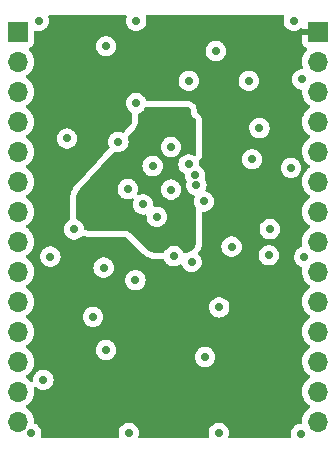
<source format=gbr>
%TF.GenerationSoftware,KiCad,Pcbnew,(6.0.0-0)*%
%TF.CreationDate,2022-01-12T16:50:31+09:00*%
%TF.ProjectId,ADAU1701-RPPico-module,41444155-3137-4303-912d-52505069636f,B*%
%TF.SameCoordinates,Original*%
%TF.FileFunction,Copper,L3,Inr*%
%TF.FilePolarity,Positive*%
%FSLAX46Y46*%
G04 Gerber Fmt 4.6, Leading zero omitted, Abs format (unit mm)*
G04 Created by KiCad (PCBNEW (6.0.0-0)) date 2022-01-12 16:50:31*
%MOMM*%
%LPD*%
G01*
G04 APERTURE LIST*
%TA.AperFunction,ComponentPad*%
%ADD10R,1.700000X1.700000*%
%TD*%
%TA.AperFunction,ComponentPad*%
%ADD11O,1.700000X1.700000*%
%TD*%
%TA.AperFunction,ViaPad*%
%ADD12C,0.700000*%
%TD*%
%TA.AperFunction,ViaPad*%
%ADD13C,1.000000*%
%TD*%
G04 APERTURE END LIST*
D10*
%TO.N,+3V3*%
%TO.C,J2*%
X149860000Y-58420000D03*
D11*
%TO.N,GND*%
X149860000Y-60960000D03*
%TO.N,/1701_VOUT0*%
X149860000Y-63500000D03*
%TO.N,/1701_VOUT1*%
X149860000Y-66040000D03*
%TO.N,/1701_VOUT2*%
X149860000Y-68580000D03*
%TO.N,/1701_VOUT3*%
X149860000Y-71120000D03*
%TO.N,GND*%
X149860000Y-73660000D03*
%TO.N,MCLK_In*%
X149860000Y-76200000D03*
%TO.N,1701_AuxADC1*%
X149860000Y-78740000D03*
%TO.N,1701_AuxADC2*%
X149860000Y-81280000D03*
%TO.N,1701_AuxADC3*%
X149860000Y-83820000D03*
%TO.N,1701_AuxADC0*%
X149860000Y-86360000D03*
%TO.N,/SCL*%
X149860000Y-88900000D03*
%TO.N,/SDA*%
X149860000Y-91440000D03*
%TD*%
D10*
%TO.N,/1701_ADC0*%
%TO.C,J1*%
X124460000Y-58420000D03*
D11*
%TO.N,/1701_ADC_RES*%
X124460000Y-60960000D03*
%TO.N,/1701_ADC1*%
X124460000Y-63500000D03*
%TO.N,/~{RESET}*%
X124460000Y-66040000D03*
%TO.N,GND*%
X124460000Y-68580000D03*
%TO.N,1701_In_LRCLK*%
X124460000Y-71120000D03*
%TO.N,1701_In_BCLK*%
X124460000Y-73660000D03*
%TO.N,1701_MP1*%
X124460000Y-76200000D03*
%TO.N,1701_In_SDIN0*%
X124460000Y-78740000D03*
%TO.N,GND*%
X124460000Y-81280000D03*
%TO.N,1701_MP7*%
X124460000Y-83820000D03*
%TO.N,1701_Out_SDOUT0*%
X124460000Y-86360000D03*
%TO.N,1701_Out_LRCLK*%
X124460000Y-88900000D03*
%TO.N,1701_Out_BCLK*%
X124460000Y-91440000D03*
%TD*%
D12*
%TO.N,GND*%
X144269400Y-69229800D03*
%TO.N,+3V3*%
X142680000Y-74770000D03*
X133200000Y-76850000D03*
D13*
X141150000Y-58650000D03*
D12*
X144090000Y-72440000D03*
X139923500Y-65060000D03*
%TO.N,GND*%
X125575000Y-92420000D03*
X145768000Y-75148000D03*
X143990000Y-62575000D03*
X133830000Y-92420000D03*
X133750000Y-71750000D03*
X138910000Y-62575000D03*
X148500000Y-62470000D03*
X142540000Y-76620000D03*
X140200000Y-72800000D03*
X147800000Y-57495000D03*
X135850000Y-69800000D03*
X126600000Y-87900000D03*
X141500000Y-81770000D03*
X148700000Y-77500000D03*
X137400000Y-68200000D03*
X147570000Y-69950000D03*
X134465000Y-64480000D03*
X140300000Y-85970000D03*
X134400000Y-79470000D03*
X148400000Y-92500000D03*
X131700000Y-78400000D03*
X127200000Y-77470000D03*
X135050000Y-73050000D03*
X130800000Y-82570000D03*
X128600000Y-67470000D03*
X141200000Y-60070000D03*
X129200000Y-75170000D03*
X137400000Y-71800000D03*
X131900000Y-85370000D03*
X137640000Y-77434000D03*
X139150000Y-77900000D03*
X126210000Y-57495000D03*
X141450000Y-92420000D03*
X138900000Y-69670000D03*
X136200000Y-74100000D03*
X131900000Y-59670000D03*
X132950000Y-67750000D03*
X134465000Y-57495000D03*
X144900000Y-66600000D03*
X145690000Y-77360000D03*
%TO.N,+1V8*%
X137400000Y-75850000D03*
D13*
X136510000Y-65480000D03*
D12*
X130650000Y-73250000D03*
%TO.N,Net-(C14-Pad2)*%
X139450000Y-70600000D03*
%TO.N,Net-(C16-Pad2)*%
X139555522Y-71419739D03*
%TD*%
%TA.AperFunction,Conductor*%
%TO.N,+1V8*%
G36*
X138551163Y-64770607D02*
G01*
X138727740Y-64787999D01*
X138751957Y-64792815D01*
X138915809Y-64842518D01*
X138938629Y-64851971D01*
X138999726Y-64884628D01*
X139050374Y-64934380D01*
X139065640Y-65008921D01*
X139060271Y-65060000D01*
X139060961Y-65066565D01*
X139077885Y-65227578D01*
X139079135Y-65239475D01*
X139134901Y-65411107D01*
X139225133Y-65567393D01*
X139345887Y-65701504D01*
X139351229Y-65705385D01*
X139351231Y-65705387D01*
X139491885Y-65807578D01*
X139490293Y-65809770D01*
X139530995Y-65852459D01*
X139545000Y-65910193D01*
X139545000Y-68830166D01*
X139524998Y-68898287D01*
X139471342Y-68944780D01*
X139401068Y-68954884D01*
X139344941Y-68932104D01*
X139331615Y-68922422D01*
X139325587Y-68919738D01*
X139325585Y-68919737D01*
X139172783Y-68851705D01*
X139172781Y-68851705D01*
X139166752Y-68849020D01*
X139078050Y-68830166D01*
X138996689Y-68812872D01*
X138996685Y-68812872D01*
X138990232Y-68811500D01*
X138809768Y-68811500D01*
X138803315Y-68812872D01*
X138803311Y-68812872D01*
X138721950Y-68830166D01*
X138633248Y-68849020D01*
X138627219Y-68851704D01*
X138627217Y-68851705D01*
X138474416Y-68919737D01*
X138474414Y-68919738D01*
X138468386Y-68922422D01*
X138463045Y-68926302D01*
X138463044Y-68926303D01*
X138327731Y-69024613D01*
X138327729Y-69024615D01*
X138322387Y-69028496D01*
X138317966Y-69033406D01*
X138317965Y-69033407D01*
X138303262Y-69049737D01*
X138201633Y-69162607D01*
X138111401Y-69318893D01*
X138055635Y-69490525D01*
X138036771Y-69670000D01*
X138055635Y-69849475D01*
X138111401Y-70021107D01*
X138201633Y-70177393D01*
X138322387Y-70311504D01*
X138468385Y-70417578D01*
X138474413Y-70420262D01*
X138474415Y-70420263D01*
X138516165Y-70438851D01*
X138570261Y-70484831D01*
X138590910Y-70552758D01*
X138590226Y-70567127D01*
X138586771Y-70600000D01*
X138587461Y-70606565D01*
X138592776Y-70657128D01*
X138605635Y-70779475D01*
X138661401Y-70951107D01*
X138719896Y-71052422D01*
X138725309Y-71061798D01*
X138742047Y-71130793D01*
X138736023Y-71163732D01*
X138711157Y-71240264D01*
X138692293Y-71419739D01*
X138692983Y-71426304D01*
X138708832Y-71577089D01*
X138711157Y-71599214D01*
X138766923Y-71770846D01*
X138857155Y-71927132D01*
X138861573Y-71932039D01*
X138861574Y-71932040D01*
X138973487Y-72056332D01*
X138977909Y-72061243D01*
X138983251Y-72065124D01*
X138983253Y-72065126D01*
X139092945Y-72144822D01*
X139123907Y-72167317D01*
X139129935Y-72170001D01*
X139129937Y-72170002D01*
X139268524Y-72231705D01*
X139288770Y-72240719D01*
X139295225Y-72242091D01*
X139295228Y-72242092D01*
X139322919Y-72247977D01*
X139335413Y-72250633D01*
X139397886Y-72284361D01*
X139432208Y-72346510D01*
X139427481Y-72417349D01*
X139418339Y-72436875D01*
X139415667Y-72441504D01*
X139411401Y-72448893D01*
X139409359Y-72455178D01*
X139382547Y-72537699D01*
X139355635Y-72620525D01*
X139354945Y-72627088D01*
X139354945Y-72627089D01*
X139347398Y-72698893D01*
X139336771Y-72800000D01*
X139355635Y-72979475D01*
X139411401Y-73151107D01*
X139501633Y-73307393D01*
X139512637Y-73319614D01*
X139543353Y-73383620D01*
X139545000Y-73403923D01*
X139545000Y-76173813D01*
X139544393Y-76186163D01*
X139527002Y-76362737D01*
X139522185Y-76386957D01*
X139472482Y-76550809D01*
X139463029Y-76573629D01*
X139404176Y-76683737D01*
X139382319Y-76724628D01*
X139368601Y-76745158D01*
X139259974Y-76877521D01*
X139242521Y-76894974D01*
X139110158Y-77003601D01*
X139089628Y-77017318D01*
X139075810Y-77024704D01*
X139049975Y-77038513D01*
X139016778Y-77050637D01*
X138940594Y-77066831D01*
X138883248Y-77079020D01*
X138877219Y-77081704D01*
X138877217Y-77081705D01*
X138724416Y-77149737D01*
X138724414Y-77149738D01*
X138718386Y-77152422D01*
X138718367Y-77152378D01*
X138671039Y-77167586D01*
X138563646Y-77178163D01*
X138493893Y-77164934D01*
X138442365Y-77116094D01*
X138431465Y-77091712D01*
X138430642Y-77089181D01*
X138428599Y-77082893D01*
X138338367Y-76926607D01*
X138306333Y-76891029D01*
X138222035Y-76797407D01*
X138222034Y-76797406D01*
X138217613Y-76792496D01*
X138071615Y-76686422D01*
X138065587Y-76683738D01*
X138065585Y-76683737D01*
X137912783Y-76615705D01*
X137912781Y-76615705D01*
X137906752Y-76613020D01*
X137818492Y-76594260D01*
X137736689Y-76576872D01*
X137736685Y-76576872D01*
X137730232Y-76575500D01*
X137549768Y-76575500D01*
X137543315Y-76576872D01*
X137543311Y-76576872D01*
X137461508Y-76594260D01*
X137373248Y-76613020D01*
X137367219Y-76615704D01*
X137367217Y-76615705D01*
X137214416Y-76683737D01*
X137214414Y-76683738D01*
X137208386Y-76686422D01*
X137203045Y-76690302D01*
X137203044Y-76690303D01*
X137067731Y-76788613D01*
X137067729Y-76788615D01*
X137062387Y-76792496D01*
X137057966Y-76797406D01*
X137057965Y-76797407D01*
X136973668Y-76891029D01*
X136941633Y-76926607D01*
X136851401Y-77082893D01*
X136848536Y-77091712D01*
X136848139Y-77092934D01*
X136846842Y-77094831D01*
X136846675Y-77095206D01*
X136846606Y-77095175D01*
X136808066Y-77151541D01*
X136742670Y-77179178D01*
X136728305Y-77180000D01*
X136155401Y-77180000D01*
X136143051Y-77179393D01*
X136130563Y-77178163D01*
X135966473Y-77162001D01*
X135942256Y-77157185D01*
X135778403Y-77107482D01*
X135755584Y-77098029D01*
X135604588Y-77017320D01*
X135584050Y-77003597D01*
X135446886Y-76891029D01*
X135437725Y-76882725D01*
X134122893Y-75567893D01*
X134120503Y-75565932D01*
X134120498Y-75565927D01*
X133976142Y-75447457D01*
X133971357Y-75443530D01*
X133798470Y-75351120D01*
X133751965Y-75337013D01*
X133616803Y-75296012D01*
X133616797Y-75296011D01*
X133610877Y-75294215D01*
X133536646Y-75286904D01*
X133418866Y-75275303D01*
X133418859Y-75275303D01*
X133415786Y-75275000D01*
X130391187Y-75275000D01*
X130378837Y-75274393D01*
X130202260Y-75257001D01*
X130178036Y-75252183D01*
X130148365Y-75243182D01*
X130088984Y-75204266D01*
X130059632Y-75135779D01*
X130045055Y-74997089D01*
X130045055Y-74997088D01*
X130044365Y-74990525D01*
X130022215Y-74922352D01*
X129990641Y-74825178D01*
X129988599Y-74818893D01*
X129898367Y-74662607D01*
X129777613Y-74528496D01*
X129678974Y-74456830D01*
X129636957Y-74426303D01*
X129636956Y-74426302D01*
X129631615Y-74422422D01*
X129625587Y-74419738D01*
X129625585Y-74419737D01*
X129472781Y-74351704D01*
X129472779Y-74351703D01*
X129471700Y-74351223D01*
X129471697Y-74351221D01*
X129466752Y-74349020D01*
X129467155Y-74348116D01*
X129413456Y-74311395D01*
X129385821Y-74245997D01*
X129385000Y-74231638D01*
X129385000Y-72494622D01*
X129385541Y-72482958D01*
X129401053Y-72316105D01*
X129405353Y-72293179D01*
X129449745Y-72137686D01*
X129458198Y-72115944D01*
X129530494Y-71971298D01*
X129542809Y-71951488D01*
X129644072Y-71817975D01*
X129651551Y-71809009D01*
X129665817Y-71793435D01*
X129705604Y-71750000D01*
X132886771Y-71750000D01*
X132905635Y-71929475D01*
X132961401Y-72101107D01*
X133051633Y-72257393D01*
X133056051Y-72262300D01*
X133056052Y-72262301D01*
X133065547Y-72272846D01*
X133172387Y-72391504D01*
X133177729Y-72395385D01*
X133177731Y-72395387D01*
X133298262Y-72482958D01*
X133318385Y-72497578D01*
X133324413Y-72500262D01*
X133324415Y-72500263D01*
X133430686Y-72547578D01*
X133483248Y-72570980D01*
X133571508Y-72589740D01*
X133653311Y-72607128D01*
X133653315Y-72607128D01*
X133659768Y-72608500D01*
X133840232Y-72608500D01*
X133846685Y-72607128D01*
X133846689Y-72607128D01*
X133928492Y-72589740D01*
X134016752Y-72570980D01*
X134069314Y-72547578D01*
X134093998Y-72536588D01*
X134164365Y-72527154D01*
X134228662Y-72557260D01*
X134266476Y-72617349D01*
X134265800Y-72688343D01*
X134262711Y-72696625D01*
X134261401Y-72698893D01*
X134205635Y-72870525D01*
X134186771Y-73050000D01*
X134187461Y-73056565D01*
X134198000Y-73156830D01*
X134205635Y-73229475D01*
X134207675Y-73235753D01*
X134207675Y-73235754D01*
X134213132Y-73252549D01*
X134261401Y-73401107D01*
X134351633Y-73557393D01*
X134356051Y-73562300D01*
X134356052Y-73562301D01*
X134383340Y-73592607D01*
X134472387Y-73691504D01*
X134477729Y-73695385D01*
X134477731Y-73695387D01*
X134613043Y-73793697D01*
X134618385Y-73797578D01*
X134624413Y-73800262D01*
X134624415Y-73800263D01*
X134777217Y-73868295D01*
X134783248Y-73870980D01*
X134871508Y-73889740D01*
X134953311Y-73907128D01*
X134953315Y-73907128D01*
X134959768Y-73908500D01*
X135140232Y-73908500D01*
X135166795Y-73902854D01*
X135192216Y-73897451D01*
X135263007Y-73902854D01*
X135319639Y-73945671D01*
X135344132Y-74012308D01*
X135343722Y-74033867D01*
X135336771Y-74100000D01*
X135355635Y-74279475D01*
X135411401Y-74451107D01*
X135501633Y-74607393D01*
X135622387Y-74741504D01*
X135627729Y-74745385D01*
X135627731Y-74745387D01*
X135737554Y-74825178D01*
X135768385Y-74847578D01*
X135774413Y-74850262D01*
X135774415Y-74850263D01*
X135927217Y-74918295D01*
X135933248Y-74920980D01*
X136021508Y-74939740D01*
X136103311Y-74957128D01*
X136103315Y-74957128D01*
X136109768Y-74958500D01*
X136290232Y-74958500D01*
X136296685Y-74957128D01*
X136296689Y-74957128D01*
X136378492Y-74939740D01*
X136466752Y-74920980D01*
X136472783Y-74918295D01*
X136625585Y-74850263D01*
X136625587Y-74850262D01*
X136631615Y-74847578D01*
X136662446Y-74825178D01*
X136772269Y-74745387D01*
X136772271Y-74745385D01*
X136777613Y-74741504D01*
X136898367Y-74607393D01*
X136988599Y-74451107D01*
X137044365Y-74279475D01*
X137063229Y-74100000D01*
X137044365Y-73920525D01*
X137038624Y-73902854D01*
X136990641Y-73755178D01*
X136988599Y-73748893D01*
X136898367Y-73592607D01*
X136871080Y-73562301D01*
X136782035Y-73463407D01*
X136782034Y-73463406D01*
X136777613Y-73458496D01*
X136689974Y-73394822D01*
X136636957Y-73356303D01*
X136636956Y-73356302D01*
X136631615Y-73352422D01*
X136625587Y-73349738D01*
X136625585Y-73349737D01*
X136472783Y-73281705D01*
X136472781Y-73281705D01*
X136466752Y-73279020D01*
X136378492Y-73260260D01*
X136296689Y-73242872D01*
X136296685Y-73242872D01*
X136290232Y-73241500D01*
X136109768Y-73241500D01*
X136093105Y-73245042D01*
X136057784Y-73252549D01*
X135986993Y-73247146D01*
X135930361Y-73204329D01*
X135905868Y-73137692D01*
X135906278Y-73116131D01*
X135912539Y-73056565D01*
X135913229Y-73050000D01*
X135894365Y-72870525D01*
X135838599Y-72698893D01*
X135748367Y-72542607D01*
X135742948Y-72536588D01*
X135632035Y-72413407D01*
X135632034Y-72413406D01*
X135627613Y-72408496D01*
X135609571Y-72395387D01*
X135486957Y-72306303D01*
X135486956Y-72306302D01*
X135481615Y-72302422D01*
X135475587Y-72299738D01*
X135475585Y-72299737D01*
X135322783Y-72231705D01*
X135322781Y-72231705D01*
X135316752Y-72229020D01*
X135228492Y-72210260D01*
X135146689Y-72192872D01*
X135146685Y-72192872D01*
X135140232Y-72191500D01*
X134959768Y-72191500D01*
X134953315Y-72192872D01*
X134953311Y-72192872D01*
X134871508Y-72210260D01*
X134783248Y-72229020D01*
X134777219Y-72231704D01*
X134777217Y-72231705D01*
X134706002Y-72263412D01*
X134635635Y-72272846D01*
X134571338Y-72242740D01*
X134533524Y-72182651D01*
X134534200Y-72111657D01*
X134537289Y-72103375D01*
X134538599Y-72101107D01*
X134594365Y-71929475D01*
X134607974Y-71800000D01*
X136536771Y-71800000D01*
X136537461Y-71806565D01*
X136554776Y-71971298D01*
X136555635Y-71979475D01*
X136611401Y-72151107D01*
X136701633Y-72307393D01*
X136822387Y-72441504D01*
X136827729Y-72445385D01*
X136827731Y-72445387D01*
X136961543Y-72542607D01*
X136968385Y-72547578D01*
X136974413Y-72550262D01*
X136974415Y-72550263D01*
X137127217Y-72618295D01*
X137133248Y-72620980D01*
X137221508Y-72639740D01*
X137303311Y-72657128D01*
X137303315Y-72657128D01*
X137309768Y-72658500D01*
X137490232Y-72658500D01*
X137496685Y-72657128D01*
X137496689Y-72657128D01*
X137578492Y-72639740D01*
X137666752Y-72620980D01*
X137672783Y-72618295D01*
X137825585Y-72550263D01*
X137825587Y-72550262D01*
X137831615Y-72547578D01*
X137838457Y-72542607D01*
X137972269Y-72445387D01*
X137972271Y-72445385D01*
X137977613Y-72441504D01*
X138098367Y-72307393D01*
X138188599Y-72151107D01*
X138244365Y-71979475D01*
X138245225Y-71971298D01*
X138262539Y-71806565D01*
X138263229Y-71800000D01*
X138244365Y-71620525D01*
X138188599Y-71448893D01*
X138098367Y-71292607D01*
X138057148Y-71246828D01*
X137982035Y-71163407D01*
X137982034Y-71163406D01*
X137977613Y-71158496D01*
X137939484Y-71130793D01*
X137836957Y-71056303D01*
X137836956Y-71056302D01*
X137831615Y-71052422D01*
X137825587Y-71049738D01*
X137825585Y-71049737D01*
X137672783Y-70981705D01*
X137672781Y-70981705D01*
X137666752Y-70979020D01*
X137562355Y-70956830D01*
X137496689Y-70942872D01*
X137496685Y-70942872D01*
X137490232Y-70941500D01*
X137309768Y-70941500D01*
X137303315Y-70942872D01*
X137303311Y-70942872D01*
X137237645Y-70956830D01*
X137133248Y-70979020D01*
X137127219Y-70981704D01*
X137127217Y-70981705D01*
X136974416Y-71049737D01*
X136974414Y-71049738D01*
X136968386Y-71052422D01*
X136963045Y-71056302D01*
X136963044Y-71056303D01*
X136827731Y-71154613D01*
X136827729Y-71154615D01*
X136822387Y-71158496D01*
X136817966Y-71163406D01*
X136817965Y-71163407D01*
X136742853Y-71246828D01*
X136701633Y-71292607D01*
X136611401Y-71448893D01*
X136555635Y-71620525D01*
X136536771Y-71800000D01*
X134607974Y-71800000D01*
X134613229Y-71750000D01*
X134597380Y-71599214D01*
X134595055Y-71577089D01*
X134595055Y-71577088D01*
X134594365Y-71570525D01*
X134538599Y-71398893D01*
X134448367Y-71242607D01*
X134377350Y-71163734D01*
X134332035Y-71113407D01*
X134332034Y-71113406D01*
X134327613Y-71108496D01*
X134246739Y-71049737D01*
X134186957Y-71006303D01*
X134186956Y-71006302D01*
X134181615Y-71002422D01*
X134175587Y-70999738D01*
X134175585Y-70999737D01*
X134022783Y-70931705D01*
X134022781Y-70931705D01*
X134016752Y-70929020D01*
X133927956Y-70910146D01*
X133846689Y-70892872D01*
X133846685Y-70892872D01*
X133840232Y-70891500D01*
X133659768Y-70891500D01*
X133653315Y-70892872D01*
X133653311Y-70892872D01*
X133572044Y-70910146D01*
X133483248Y-70929020D01*
X133477219Y-70931704D01*
X133477217Y-70931705D01*
X133324416Y-70999737D01*
X133324414Y-70999738D01*
X133318386Y-71002422D01*
X133313045Y-71006302D01*
X133313044Y-71006303D01*
X133177731Y-71104613D01*
X133177729Y-71104615D01*
X133172387Y-71108496D01*
X133167966Y-71113406D01*
X133167965Y-71113407D01*
X133122651Y-71163734D01*
X133051633Y-71242607D01*
X132961401Y-71398893D01*
X132905635Y-71570525D01*
X132904945Y-71577088D01*
X132904945Y-71577089D01*
X132902620Y-71599214D01*
X132886771Y-71750000D01*
X129705604Y-71750000D01*
X131491824Y-69800000D01*
X134986771Y-69800000D01*
X135005635Y-69979475D01*
X135061401Y-70151107D01*
X135151633Y-70307393D01*
X135156051Y-70312300D01*
X135156052Y-70312301D01*
X135253497Y-70420525D01*
X135272387Y-70441504D01*
X135418385Y-70547578D01*
X135424413Y-70550262D01*
X135424415Y-70550263D01*
X135430019Y-70552758D01*
X135583248Y-70620980D01*
X135671508Y-70639740D01*
X135753311Y-70657128D01*
X135753315Y-70657128D01*
X135759768Y-70658500D01*
X135940232Y-70658500D01*
X135946685Y-70657128D01*
X135946689Y-70657128D01*
X136028492Y-70639740D01*
X136116752Y-70620980D01*
X136269981Y-70552758D01*
X136275585Y-70550263D01*
X136275587Y-70550262D01*
X136281615Y-70547578D01*
X136427613Y-70441504D01*
X136446503Y-70420525D01*
X136543948Y-70312301D01*
X136543949Y-70312300D01*
X136548367Y-70307393D01*
X136638599Y-70151107D01*
X136694365Y-69979475D01*
X136713229Y-69800000D01*
X136694365Y-69620525D01*
X136638599Y-69448893D01*
X136548367Y-69292607D01*
X136427613Y-69158496D01*
X136288093Y-69057128D01*
X136286957Y-69056303D01*
X136286956Y-69056302D01*
X136281615Y-69052422D01*
X136275587Y-69049738D01*
X136275585Y-69049737D01*
X136122783Y-68981705D01*
X136122781Y-68981705D01*
X136116752Y-68979020D01*
X136003200Y-68954884D01*
X135946689Y-68942872D01*
X135946685Y-68942872D01*
X135940232Y-68941500D01*
X135759768Y-68941500D01*
X135753315Y-68942872D01*
X135753311Y-68942872D01*
X135696800Y-68954884D01*
X135583248Y-68979020D01*
X135577219Y-68981704D01*
X135577217Y-68981705D01*
X135424416Y-69049737D01*
X135424414Y-69049738D01*
X135418386Y-69052422D01*
X135413045Y-69056302D01*
X135413044Y-69056303D01*
X135277731Y-69154613D01*
X135277729Y-69154615D01*
X135272387Y-69158496D01*
X135151633Y-69292607D01*
X135061401Y-69448893D01*
X135005635Y-69620525D01*
X134986771Y-69800000D01*
X131491824Y-69800000D01*
X132579662Y-68612417D01*
X132640424Y-68575697D01*
X132698769Y-68574279D01*
X132754626Y-68586152D01*
X132853311Y-68607128D01*
X132853315Y-68607128D01*
X132859768Y-68608500D01*
X133040232Y-68608500D01*
X133046685Y-68607128D01*
X133046689Y-68607128D01*
X133128492Y-68589740D01*
X133216752Y-68570980D01*
X133222783Y-68568295D01*
X133375585Y-68500263D01*
X133375587Y-68500262D01*
X133381615Y-68497578D01*
X133527613Y-68391504D01*
X133648367Y-68257393D01*
X133681503Y-68200000D01*
X136536771Y-68200000D01*
X136555635Y-68379475D01*
X136611401Y-68551107D01*
X136614704Y-68556829D01*
X136614705Y-68556830D01*
X136622875Y-68570980D01*
X136701633Y-68707393D01*
X136822387Y-68841504D01*
X136827729Y-68845385D01*
X136827731Y-68845387D01*
X136963043Y-68943697D01*
X136968385Y-68947578D01*
X136974413Y-68950262D01*
X136974415Y-68950263D01*
X137045035Y-68981705D01*
X137133248Y-69020980D01*
X137221508Y-69039740D01*
X137303311Y-69057128D01*
X137303315Y-69057128D01*
X137309768Y-69058500D01*
X137490232Y-69058500D01*
X137496685Y-69057128D01*
X137496689Y-69057128D01*
X137578492Y-69039740D01*
X137666752Y-69020980D01*
X137754965Y-68981705D01*
X137825585Y-68950263D01*
X137825587Y-68950262D01*
X137831615Y-68947578D01*
X137836957Y-68943697D01*
X137972269Y-68845387D01*
X137972271Y-68845385D01*
X137977613Y-68841504D01*
X138098367Y-68707393D01*
X138177125Y-68570980D01*
X138185295Y-68556830D01*
X138185296Y-68556829D01*
X138188599Y-68551107D01*
X138244365Y-68379475D01*
X138263229Y-68200000D01*
X138262539Y-68193435D01*
X138245055Y-68027089D01*
X138245055Y-68027088D01*
X138244365Y-68020525D01*
X138188599Y-67848893D01*
X138098367Y-67692607D01*
X137977613Y-67558496D01*
X137831615Y-67452422D01*
X137825587Y-67449738D01*
X137825585Y-67449737D01*
X137672783Y-67381705D01*
X137672781Y-67381705D01*
X137666752Y-67379020D01*
X137575622Y-67359650D01*
X137496689Y-67342872D01*
X137496685Y-67342872D01*
X137490232Y-67341500D01*
X137309768Y-67341500D01*
X137303315Y-67342872D01*
X137303311Y-67342872D01*
X137224378Y-67359650D01*
X137133248Y-67379020D01*
X137127219Y-67381704D01*
X137127217Y-67381705D01*
X136974416Y-67449737D01*
X136974414Y-67449738D01*
X136968386Y-67452422D01*
X136963045Y-67456302D01*
X136963044Y-67456303D01*
X136827731Y-67554613D01*
X136827729Y-67554615D01*
X136822387Y-67558496D01*
X136701633Y-67692607D01*
X136611401Y-67848893D01*
X136555635Y-68020525D01*
X136554945Y-68027088D01*
X136554945Y-68027089D01*
X136537461Y-68193435D01*
X136536771Y-68200000D01*
X133681503Y-68200000D01*
X133738599Y-68101107D01*
X133794365Y-67929475D01*
X133813229Y-67750000D01*
X133794365Y-67570525D01*
X133748907Y-67430618D01*
X133746880Y-67359650D01*
X133775828Y-67306574D01*
X134355421Y-66673838D01*
X134357395Y-66671683D01*
X134359154Y-66669364D01*
X134359163Y-66669353D01*
X134465740Y-66528833D01*
X134469271Y-66524178D01*
X134552039Y-66358578D01*
X134602863Y-66180559D01*
X134620000Y-65996222D01*
X134620000Y-65584579D01*
X134620792Y-65570471D01*
X134638657Y-65411920D01*
X134644936Y-65384413D01*
X134646406Y-65380212D01*
X134687784Y-65322520D01*
X134726011Y-65302200D01*
X134731752Y-65300980D01*
X134793931Y-65273296D01*
X134890585Y-65230263D01*
X134890587Y-65230262D01*
X134896615Y-65227578D01*
X135042613Y-65121504D01*
X135092080Y-65066565D01*
X135158948Y-64992301D01*
X135158949Y-64992300D01*
X135163367Y-64987393D01*
X135247430Y-64841792D01*
X135298813Y-64792799D01*
X135342441Y-64779584D01*
X135420471Y-64770792D01*
X135434579Y-64770000D01*
X138538813Y-64770000D01*
X138551163Y-64770607D01*
G37*
%TD.AperFunction*%
%TD*%
%TA.AperFunction,Conductor*%
%TO.N,+3V3*%
G36*
X133610379Y-57043002D02*
G01*
X133656872Y-57096658D01*
X133666976Y-57166932D01*
X133662092Y-57187933D01*
X133620635Y-57315525D01*
X133601771Y-57495000D01*
X133620635Y-57674475D01*
X133676401Y-57846107D01*
X133766633Y-58002393D01*
X133887387Y-58136504D01*
X133892729Y-58140385D01*
X133892731Y-58140387D01*
X133955515Y-58186002D01*
X134033385Y-58242578D01*
X134039413Y-58245262D01*
X134039415Y-58245263D01*
X134073499Y-58260438D01*
X134198248Y-58315980D01*
X134266311Y-58330447D01*
X134368311Y-58352128D01*
X134368315Y-58352128D01*
X134374768Y-58353500D01*
X134555232Y-58353500D01*
X134561685Y-58352128D01*
X134561689Y-58352128D01*
X134663689Y-58330447D01*
X134731752Y-58315980D01*
X134856501Y-58260438D01*
X134890585Y-58245263D01*
X134890587Y-58245262D01*
X134896615Y-58242578D01*
X134974485Y-58186002D01*
X135037269Y-58140387D01*
X135037271Y-58140385D01*
X135042613Y-58136504D01*
X135163367Y-58002393D01*
X135253599Y-57846107D01*
X135309365Y-57674475D01*
X135328229Y-57495000D01*
X135309365Y-57315525D01*
X135267909Y-57187935D01*
X135265882Y-57116968D01*
X135302544Y-57056171D01*
X135366256Y-57024845D01*
X135387742Y-57023000D01*
X146877258Y-57023000D01*
X146945379Y-57043002D01*
X146991872Y-57096658D01*
X147001976Y-57166932D01*
X146997092Y-57187933D01*
X146955635Y-57315525D01*
X146936771Y-57495000D01*
X146955635Y-57674475D01*
X147011401Y-57846107D01*
X147101633Y-58002393D01*
X147222387Y-58136504D01*
X147227729Y-58140385D01*
X147227731Y-58140387D01*
X147290515Y-58186002D01*
X147368385Y-58242578D01*
X147374413Y-58245262D01*
X147374415Y-58245263D01*
X147408499Y-58260438D01*
X147533248Y-58315980D01*
X147601311Y-58330447D01*
X147703311Y-58352128D01*
X147703315Y-58352128D01*
X147709768Y-58353500D01*
X147890232Y-58353500D01*
X147896685Y-58352128D01*
X147896689Y-58352128D01*
X147998689Y-58330447D01*
X148066752Y-58315980D01*
X148191501Y-58260438D01*
X148225585Y-58245263D01*
X148225587Y-58245262D01*
X148231615Y-58242578D01*
X148337016Y-58166000D01*
X148350043Y-58156535D01*
X148416911Y-58132676D01*
X148486062Y-58148757D01*
X148506617Y-58163247D01*
X148507865Y-58164329D01*
X148515548Y-58166000D01*
X149988000Y-58166000D01*
X150056121Y-58186002D01*
X150102614Y-58239658D01*
X150114000Y-58292000D01*
X150114000Y-58548000D01*
X150093998Y-58616121D01*
X150040342Y-58662614D01*
X149988000Y-58674000D01*
X148520116Y-58674000D01*
X148504877Y-58678475D01*
X148503672Y-58679865D01*
X148502001Y-58687548D01*
X148502001Y-59314669D01*
X148502371Y-59321490D01*
X148507895Y-59372352D01*
X148511521Y-59387604D01*
X148556676Y-59508054D01*
X148565214Y-59523649D01*
X148641715Y-59625724D01*
X148654276Y-59638285D01*
X148756351Y-59714786D01*
X148771946Y-59723324D01*
X148880827Y-59764142D01*
X148937591Y-59806784D01*
X148962291Y-59873345D01*
X148947083Y-59942694D01*
X148927691Y-59969175D01*
X148884070Y-60014822D01*
X148800629Y-60102138D01*
X148797715Y-60106410D01*
X148797714Y-60106411D01*
X148741524Y-60188783D01*
X148674743Y-60286680D01*
X148580688Y-60489305D01*
X148520989Y-60704570D01*
X148497251Y-60926695D01*
X148497548Y-60931848D01*
X148497548Y-60931851D01*
X148503011Y-61026590D01*
X148510110Y-61149715D01*
X148511247Y-61154761D01*
X148511248Y-61154767D01*
X148531119Y-61242939D01*
X148559222Y-61367639D01*
X148561166Y-61372426D01*
X148561167Y-61372430D01*
X148587831Y-61438097D01*
X148594927Y-61508738D01*
X148562704Y-61572001D01*
X148501395Y-61607801D01*
X148471088Y-61611500D01*
X148409768Y-61611500D01*
X148403315Y-61612872D01*
X148403311Y-61612872D01*
X148322806Y-61629984D01*
X148233248Y-61649020D01*
X148227219Y-61651704D01*
X148227217Y-61651705D01*
X148074416Y-61719737D01*
X148074414Y-61719738D01*
X148068386Y-61722422D01*
X148063045Y-61726302D01*
X148063044Y-61726303D01*
X147927731Y-61824613D01*
X147927729Y-61824615D01*
X147922387Y-61828496D01*
X147917966Y-61833406D01*
X147917965Y-61833407D01*
X147824474Y-61937240D01*
X147801633Y-61962607D01*
X147711401Y-62118893D01*
X147709359Y-62125178D01*
X147677926Y-62221921D01*
X147655635Y-62290525D01*
X147636771Y-62470000D01*
X147655635Y-62649475D01*
X147711401Y-62821107D01*
X147801633Y-62977393D01*
X147806051Y-62982300D01*
X147806052Y-62982301D01*
X147917965Y-63106593D01*
X147922387Y-63111504D01*
X148068385Y-63217578D01*
X148074413Y-63220262D01*
X148074415Y-63220263D01*
X148202659Y-63277361D01*
X148233248Y-63290980D01*
X148239703Y-63292352D01*
X148239706Y-63292353D01*
X148346336Y-63315017D01*
X148398581Y-63326122D01*
X148461055Y-63359850D01*
X148495376Y-63421999D01*
X148497311Y-63456367D01*
X148497926Y-63456382D01*
X148497799Y-63461564D01*
X148497251Y-63466695D01*
X148497548Y-63471848D01*
X148497548Y-63471851D01*
X148503011Y-63566590D01*
X148510110Y-63689715D01*
X148511247Y-63694761D01*
X148511248Y-63694767D01*
X148520609Y-63736303D01*
X148559222Y-63907639D01*
X148643266Y-64114616D01*
X148681190Y-64176502D01*
X148757291Y-64300688D01*
X148759987Y-64305088D01*
X148906250Y-64473938D01*
X149078126Y-64616632D01*
X149140210Y-64652911D01*
X149151445Y-64659476D01*
X149200169Y-64711114D01*
X149213240Y-64780897D01*
X149186509Y-64846669D01*
X149146055Y-64880027D01*
X149133607Y-64886507D01*
X149129474Y-64889610D01*
X149129471Y-64889612D01*
X148999239Y-64987393D01*
X148954965Y-65020635D01*
X148800629Y-65182138D01*
X148674743Y-65366680D01*
X148631108Y-65460683D01*
X148586815Y-65556106D01*
X148580688Y-65569305D01*
X148520989Y-65784570D01*
X148497251Y-66006695D01*
X148497548Y-66011848D01*
X148497548Y-66011851D01*
X148503011Y-66106590D01*
X148510110Y-66229715D01*
X148511247Y-66234761D01*
X148511248Y-66234767D01*
X148531119Y-66322939D01*
X148559222Y-66447639D01*
X148597461Y-66541811D01*
X148640437Y-66647648D01*
X148643266Y-66654616D01*
X148681828Y-66717543D01*
X148757291Y-66840688D01*
X148759987Y-66845088D01*
X148906250Y-67013938D01*
X149078126Y-67156632D01*
X149148595Y-67197811D01*
X149151445Y-67199476D01*
X149200169Y-67251114D01*
X149213240Y-67320897D01*
X149186509Y-67386669D01*
X149146055Y-67420027D01*
X149133607Y-67426507D01*
X149129474Y-67429610D01*
X149129471Y-67429612D01*
X148959100Y-67557530D01*
X148954965Y-67560635D01*
X148800629Y-67722138D01*
X148674743Y-67906680D01*
X148641919Y-67977393D01*
X148587411Y-68094822D01*
X148580688Y-68109305D01*
X148520989Y-68324570D01*
X148497251Y-68546695D01*
X148497548Y-68551848D01*
X148497548Y-68551851D01*
X148503011Y-68646590D01*
X148510110Y-68769715D01*
X148511247Y-68774761D01*
X148511248Y-68774767D01*
X148522720Y-68825670D01*
X148559222Y-68987639D01*
X148643266Y-69194616D01*
X148681828Y-69257543D01*
X148757291Y-69380688D01*
X148759987Y-69385088D01*
X148906250Y-69553938D01*
X149078126Y-69696632D01*
X149088803Y-69702871D01*
X149151445Y-69739476D01*
X149200169Y-69791114D01*
X149213240Y-69860897D01*
X149186509Y-69926669D01*
X149146055Y-69960027D01*
X149133607Y-69966507D01*
X149129474Y-69969610D01*
X149129471Y-69969612D01*
X148965657Y-70092607D01*
X148954965Y-70100635D01*
X148800629Y-70262138D01*
X148674743Y-70446680D01*
X148659003Y-70480590D01*
X148603575Y-70600000D01*
X148580688Y-70649305D01*
X148520989Y-70864570D01*
X148497251Y-71086695D01*
X148497548Y-71091848D01*
X148497548Y-71091851D01*
X148506484Y-71246828D01*
X148510110Y-71309715D01*
X148511247Y-71314761D01*
X148511248Y-71314767D01*
X148531119Y-71402939D01*
X148559222Y-71527639D01*
X148620673Y-71678976D01*
X148630468Y-71703097D01*
X148643266Y-71734616D01*
X148681828Y-71797543D01*
X148757291Y-71920688D01*
X148759987Y-71925088D01*
X148763367Y-71928990D01*
X148774204Y-71941500D01*
X148906250Y-72093938D01*
X149078126Y-72236632D01*
X149131214Y-72267654D01*
X149151445Y-72279476D01*
X149200169Y-72331114D01*
X149213240Y-72400897D01*
X149186509Y-72466669D01*
X149146055Y-72500027D01*
X149133607Y-72506507D01*
X149129474Y-72509610D01*
X149129471Y-72509612D01*
X148959100Y-72637530D01*
X148954965Y-72640635D01*
X148800629Y-72802138D01*
X148674743Y-72986680D01*
X148580688Y-73189305D01*
X148520989Y-73404570D01*
X148497251Y-73626695D01*
X148497548Y-73631848D01*
X148497548Y-73631851D01*
X148503011Y-73726590D01*
X148510110Y-73849715D01*
X148511247Y-73854761D01*
X148511248Y-73854767D01*
X148531119Y-73942939D01*
X148559222Y-74067639D01*
X148597461Y-74161811D01*
X148637952Y-74261528D01*
X148643266Y-74274616D01*
X148694019Y-74357438D01*
X148757291Y-74460688D01*
X148759987Y-74465088D01*
X148906250Y-74633938D01*
X149078126Y-74776632D01*
X149103005Y-74791170D01*
X149151445Y-74819476D01*
X149200169Y-74871114D01*
X149213240Y-74940897D01*
X149186509Y-75006669D01*
X149146055Y-75040027D01*
X149133607Y-75046507D01*
X149129474Y-75049610D01*
X149129471Y-75049612D01*
X148959100Y-75177530D01*
X148954965Y-75180635D01*
X148800629Y-75342138D01*
X148674743Y-75526680D01*
X148659003Y-75560590D01*
X148604785Y-75677393D01*
X148580688Y-75729305D01*
X148520989Y-75944570D01*
X148497251Y-76166695D01*
X148497548Y-76171848D01*
X148497548Y-76171851D01*
X148503202Y-76269908D01*
X148510110Y-76389715D01*
X148511247Y-76394761D01*
X148511248Y-76394767D01*
X148540773Y-76525776D01*
X148536237Y-76596628D01*
X148494115Y-76653779D01*
X148444050Y-76676724D01*
X148433248Y-76679020D01*
X148427222Y-76681703D01*
X148274416Y-76749737D01*
X148274414Y-76749738D01*
X148268386Y-76752422D01*
X148263045Y-76756302D01*
X148263044Y-76756303D01*
X148127731Y-76854613D01*
X148127729Y-76854615D01*
X148122387Y-76858496D01*
X148117966Y-76863406D01*
X148117965Y-76863407D01*
X148015839Y-76976830D01*
X148001633Y-76992607D01*
X147981550Y-77027392D01*
X147928722Y-77118893D01*
X147911401Y-77148893D01*
X147903163Y-77174246D01*
X147876408Y-77256593D01*
X147855635Y-77320525D01*
X147854945Y-77327088D01*
X147854945Y-77327089D01*
X147844647Y-77425062D01*
X147836771Y-77500000D01*
X147837461Y-77506565D01*
X147853638Y-77660471D01*
X147855635Y-77679475D01*
X147857675Y-77685753D01*
X147857675Y-77685754D01*
X147875251Y-77739848D01*
X147911401Y-77851107D01*
X148001633Y-78007393D01*
X148006051Y-78012300D01*
X148006052Y-78012301D01*
X148088345Y-78103697D01*
X148122387Y-78141504D01*
X148127729Y-78145385D01*
X148127731Y-78145387D01*
X148230789Y-78220263D01*
X148268385Y-78247578D01*
X148274413Y-78250262D01*
X148274415Y-78250263D01*
X148365867Y-78290980D01*
X148433248Y-78320980D01*
X148439703Y-78322352D01*
X148440823Y-78322716D01*
X148499429Y-78362789D01*
X148527066Y-78428186D01*
X148523306Y-78476215D01*
X148520989Y-78484570D01*
X148497251Y-78706695D01*
X148497548Y-78711848D01*
X148497548Y-78711851D01*
X148503011Y-78806590D01*
X148510110Y-78929715D01*
X148511247Y-78934761D01*
X148511248Y-78934767D01*
X148518811Y-78968325D01*
X148559222Y-79147639D01*
X148643266Y-79354616D01*
X148681828Y-79417543D01*
X148757291Y-79540688D01*
X148759987Y-79545088D01*
X148906250Y-79713938D01*
X149078126Y-79856632D01*
X149148595Y-79897811D01*
X149151445Y-79899476D01*
X149200169Y-79951114D01*
X149213240Y-80020897D01*
X149186509Y-80086669D01*
X149146055Y-80120027D01*
X149133607Y-80126507D01*
X149129474Y-80129610D01*
X149129471Y-80129612D01*
X148959100Y-80257530D01*
X148954965Y-80260635D01*
X148800629Y-80422138D01*
X148674743Y-80606680D01*
X148580688Y-80809305D01*
X148520989Y-81024570D01*
X148497251Y-81246695D01*
X148497548Y-81251848D01*
X148497548Y-81251851D01*
X148503011Y-81346590D01*
X148510110Y-81469715D01*
X148511247Y-81474761D01*
X148511248Y-81474767D01*
X148531119Y-81562939D01*
X148559222Y-81687639D01*
X148643266Y-81894616D01*
X148680731Y-81955754D01*
X148757291Y-82080688D01*
X148759987Y-82085088D01*
X148906250Y-82253938D01*
X149078126Y-82396632D01*
X149148595Y-82437811D01*
X149151445Y-82439476D01*
X149200169Y-82491114D01*
X149213240Y-82560897D01*
X149186509Y-82626669D01*
X149146055Y-82660027D01*
X149133607Y-82666507D01*
X149129474Y-82669610D01*
X149129471Y-82669612D01*
X148959100Y-82797530D01*
X148954965Y-82800635D01*
X148800629Y-82962138D01*
X148674743Y-83146680D01*
X148627716Y-83247992D01*
X148597217Y-83313697D01*
X148580688Y-83349305D01*
X148520989Y-83564570D01*
X148497251Y-83786695D01*
X148497548Y-83791848D01*
X148497548Y-83791851D01*
X148503011Y-83886590D01*
X148510110Y-84009715D01*
X148511247Y-84014761D01*
X148511248Y-84014767D01*
X148531119Y-84102939D01*
X148559222Y-84227639D01*
X148643266Y-84434616D01*
X148681828Y-84497543D01*
X148757291Y-84620688D01*
X148759987Y-84625088D01*
X148906250Y-84793938D01*
X149078126Y-84936632D01*
X149148595Y-84977811D01*
X149151445Y-84979476D01*
X149200169Y-85031114D01*
X149213240Y-85100897D01*
X149186509Y-85166669D01*
X149146055Y-85200027D01*
X149133607Y-85206507D01*
X149129474Y-85209610D01*
X149129471Y-85209612D01*
X148959100Y-85337530D01*
X148954965Y-85340635D01*
X148800629Y-85502138D01*
X148797715Y-85506410D01*
X148797714Y-85506411D01*
X148768338Y-85549475D01*
X148674743Y-85686680D01*
X148659003Y-85720590D01*
X148588872Y-85871675D01*
X148580688Y-85889305D01*
X148520989Y-86104570D01*
X148497251Y-86326695D01*
X148497548Y-86331848D01*
X148497548Y-86331851D01*
X148503011Y-86426590D01*
X148510110Y-86549715D01*
X148511247Y-86554761D01*
X148511248Y-86554767D01*
X148522928Y-86606593D01*
X148559222Y-86767639D01*
X148643266Y-86974616D01*
X148681828Y-87037543D01*
X148757291Y-87160688D01*
X148759987Y-87165088D01*
X148906250Y-87333938D01*
X149078126Y-87476632D01*
X149148595Y-87517811D01*
X149151445Y-87519476D01*
X149200169Y-87571114D01*
X149213240Y-87640897D01*
X149186509Y-87706669D01*
X149146055Y-87740027D01*
X149133607Y-87746507D01*
X149129474Y-87749610D01*
X149129471Y-87749612D01*
X149105247Y-87767800D01*
X148954965Y-87880635D01*
X148800629Y-88042138D01*
X148797715Y-88046410D01*
X148797714Y-88046411D01*
X148775159Y-88079475D01*
X148674743Y-88226680D01*
X148580688Y-88429305D01*
X148520989Y-88644570D01*
X148497251Y-88866695D01*
X148497548Y-88871848D01*
X148497548Y-88871851D01*
X148503011Y-88966590D01*
X148510110Y-89089715D01*
X148511247Y-89094761D01*
X148511248Y-89094767D01*
X148531119Y-89182939D01*
X148559222Y-89307639D01*
X148643266Y-89514616D01*
X148681828Y-89577543D01*
X148757291Y-89700688D01*
X148759987Y-89705088D01*
X148906250Y-89873938D01*
X149078126Y-90016632D01*
X149148595Y-90057811D01*
X149151445Y-90059476D01*
X149200169Y-90111114D01*
X149213240Y-90180897D01*
X149186509Y-90246669D01*
X149146055Y-90280027D01*
X149133607Y-90286507D01*
X149129474Y-90289610D01*
X149129471Y-90289612D01*
X149105247Y-90307800D01*
X148954965Y-90420635D01*
X148800629Y-90582138D01*
X148674743Y-90766680D01*
X148580688Y-90969305D01*
X148520989Y-91184570D01*
X148497251Y-91406695D01*
X148497548Y-91411848D01*
X148497548Y-91411851D01*
X148503106Y-91508247D01*
X148487058Y-91577407D01*
X148436168Y-91626911D01*
X148377315Y-91641500D01*
X148309768Y-91641500D01*
X148303315Y-91642872D01*
X148303311Y-91642872D01*
X148221508Y-91660260D01*
X148133248Y-91679020D01*
X148127219Y-91681704D01*
X148127217Y-91681705D01*
X147974416Y-91749737D01*
X147974414Y-91749738D01*
X147968386Y-91752422D01*
X147963045Y-91756302D01*
X147963044Y-91756303D01*
X147827731Y-91854613D01*
X147827729Y-91854615D01*
X147822387Y-91858496D01*
X147701633Y-91992607D01*
X147611401Y-92148893D01*
X147609359Y-92155178D01*
X147579496Y-92247089D01*
X147555635Y-92320525D01*
X147554945Y-92327088D01*
X147554945Y-92327089D01*
X147539133Y-92477529D01*
X147536771Y-92500000D01*
X147537461Y-92506565D01*
X147554570Y-92669338D01*
X147555635Y-92679475D01*
X147557452Y-92685068D01*
X147552073Y-92755589D01*
X147509259Y-92812224D01*
X147442622Y-92836720D01*
X147434227Y-92837000D01*
X142390613Y-92837000D01*
X142322492Y-92816998D01*
X142275999Y-92763342D01*
X142265895Y-92693068D01*
X142270780Y-92672065D01*
X142292324Y-92605758D01*
X142292325Y-92605754D01*
X142294365Y-92599475D01*
X142299216Y-92553327D01*
X142312539Y-92426565D01*
X142313229Y-92420000D01*
X142312181Y-92410031D01*
X142295055Y-92247089D01*
X142295055Y-92247088D01*
X142294365Y-92240525D01*
X142238599Y-92068893D01*
X142148367Y-91912607D01*
X142027613Y-91778496D01*
X141991726Y-91752422D01*
X141886957Y-91676303D01*
X141886956Y-91676302D01*
X141881615Y-91672422D01*
X141875587Y-91669738D01*
X141875585Y-91669737D01*
X141722783Y-91601705D01*
X141722781Y-91601705D01*
X141716752Y-91599020D01*
X141614646Y-91577317D01*
X141546689Y-91562872D01*
X141546685Y-91562872D01*
X141540232Y-91561500D01*
X141359768Y-91561500D01*
X141353315Y-91562872D01*
X141353311Y-91562872D01*
X141285354Y-91577317D01*
X141183248Y-91599020D01*
X141177219Y-91601704D01*
X141177217Y-91601705D01*
X141024416Y-91669737D01*
X141024414Y-91669738D01*
X141018386Y-91672422D01*
X141013045Y-91676302D01*
X141013044Y-91676303D01*
X140877731Y-91774613D01*
X140877729Y-91774615D01*
X140872387Y-91778496D01*
X140751633Y-91912607D01*
X140661401Y-92068893D01*
X140605635Y-92240525D01*
X140604945Y-92247088D01*
X140604945Y-92247089D01*
X140587819Y-92410031D01*
X140586771Y-92420000D01*
X140587461Y-92426565D01*
X140600785Y-92553327D01*
X140605635Y-92599475D01*
X140607675Y-92605754D01*
X140607676Y-92605758D01*
X140629220Y-92672065D01*
X140631247Y-92743032D01*
X140594584Y-92803830D01*
X140530872Y-92835155D01*
X140509387Y-92837000D01*
X134770613Y-92837000D01*
X134702492Y-92816998D01*
X134655999Y-92763342D01*
X134645895Y-92693068D01*
X134650780Y-92672065D01*
X134672324Y-92605758D01*
X134672325Y-92605754D01*
X134674365Y-92599475D01*
X134679216Y-92553327D01*
X134692539Y-92426565D01*
X134693229Y-92420000D01*
X134692181Y-92410031D01*
X134675055Y-92247089D01*
X134675055Y-92247088D01*
X134674365Y-92240525D01*
X134618599Y-92068893D01*
X134528367Y-91912607D01*
X134407613Y-91778496D01*
X134371726Y-91752422D01*
X134266957Y-91676303D01*
X134266956Y-91676302D01*
X134261615Y-91672422D01*
X134255587Y-91669738D01*
X134255585Y-91669737D01*
X134102783Y-91601705D01*
X134102781Y-91601705D01*
X134096752Y-91599020D01*
X133994646Y-91577317D01*
X133926689Y-91562872D01*
X133926685Y-91562872D01*
X133920232Y-91561500D01*
X133739768Y-91561500D01*
X133733315Y-91562872D01*
X133733311Y-91562872D01*
X133665354Y-91577317D01*
X133563248Y-91599020D01*
X133557219Y-91601704D01*
X133557217Y-91601705D01*
X133404416Y-91669737D01*
X133404414Y-91669738D01*
X133398386Y-91672422D01*
X133393045Y-91676302D01*
X133393044Y-91676303D01*
X133257731Y-91774613D01*
X133257729Y-91774615D01*
X133252387Y-91778496D01*
X133131633Y-91912607D01*
X133041401Y-92068893D01*
X132985635Y-92240525D01*
X132984945Y-92247088D01*
X132984945Y-92247089D01*
X132967819Y-92410031D01*
X132966771Y-92420000D01*
X132967461Y-92426565D01*
X132980785Y-92553327D01*
X132985635Y-92599475D01*
X132987675Y-92605754D01*
X132987676Y-92605758D01*
X133009220Y-92672065D01*
X133011247Y-92743032D01*
X132974584Y-92803830D01*
X132910872Y-92835155D01*
X132889387Y-92837000D01*
X126515613Y-92837000D01*
X126447492Y-92816998D01*
X126400999Y-92763342D01*
X126390895Y-92693068D01*
X126395780Y-92672065D01*
X126417324Y-92605758D01*
X126417325Y-92605754D01*
X126419365Y-92599475D01*
X126424216Y-92553327D01*
X126437539Y-92426565D01*
X126438229Y-92420000D01*
X126437181Y-92410031D01*
X126420055Y-92247089D01*
X126420055Y-92247088D01*
X126419365Y-92240525D01*
X126363599Y-92068893D01*
X126273367Y-91912607D01*
X126152613Y-91778496D01*
X126116726Y-91752422D01*
X126011957Y-91676303D01*
X126011956Y-91676302D01*
X126006615Y-91672422D01*
X126000587Y-91669738D01*
X126000585Y-91669737D01*
X125937163Y-91641500D01*
X125896277Y-91623296D01*
X125842182Y-91577317D01*
X125821565Y-91505112D01*
X125823074Y-91443365D01*
X125823074Y-91443361D01*
X125823156Y-91440000D01*
X125804852Y-91217361D01*
X125750431Y-91000702D01*
X125661354Y-90795840D01*
X125540014Y-90608277D01*
X125389670Y-90443051D01*
X125385619Y-90439852D01*
X125385615Y-90439848D01*
X125218414Y-90307800D01*
X125218410Y-90307798D01*
X125214359Y-90304598D01*
X125173053Y-90281796D01*
X125123084Y-90231364D01*
X125108312Y-90161921D01*
X125133428Y-90095516D01*
X125160780Y-90068909D01*
X125204603Y-90037650D01*
X125339860Y-89941173D01*
X125498096Y-89783489D01*
X125557594Y-89700689D01*
X125625435Y-89606277D01*
X125628453Y-89602077D01*
X125640579Y-89577543D01*
X125725136Y-89406453D01*
X125725137Y-89406451D01*
X125727430Y-89401811D01*
X125792370Y-89188069D01*
X125821529Y-88966590D01*
X125823156Y-88900000D01*
X125804852Y-88677361D01*
X125803591Y-88672342D01*
X125803590Y-88672334D01*
X125796933Y-88645833D01*
X125799736Y-88574892D01*
X125840448Y-88516728D01*
X125906143Y-88489808D01*
X125975963Y-88502678D01*
X126012769Y-88530822D01*
X126022387Y-88541504D01*
X126027729Y-88545385D01*
X126027731Y-88545387D01*
X126163043Y-88643697D01*
X126168385Y-88647578D01*
X126174413Y-88650262D01*
X126174415Y-88650263D01*
X126235278Y-88677361D01*
X126333248Y-88720980D01*
X126421508Y-88739740D01*
X126503311Y-88757128D01*
X126503315Y-88757128D01*
X126509768Y-88758500D01*
X126690232Y-88758500D01*
X126696685Y-88757128D01*
X126696689Y-88757128D01*
X126778492Y-88739740D01*
X126866752Y-88720980D01*
X126964722Y-88677361D01*
X127025585Y-88650263D01*
X127025587Y-88650262D01*
X127031615Y-88647578D01*
X127036957Y-88643697D01*
X127172269Y-88545387D01*
X127172271Y-88545385D01*
X127177613Y-88541504D01*
X127187230Y-88530823D01*
X127293948Y-88412301D01*
X127293949Y-88412300D01*
X127298367Y-88407393D01*
X127388599Y-88251107D01*
X127417892Y-88160950D01*
X127442325Y-88085754D01*
X127442325Y-88085753D01*
X127444365Y-88079475D01*
X127445944Y-88064457D01*
X127462539Y-87906565D01*
X127462539Y-87906563D01*
X127463229Y-87900000D01*
X127462539Y-87893435D01*
X127445055Y-87727089D01*
X127445055Y-87727088D01*
X127444365Y-87720525D01*
X127388599Y-87548893D01*
X127378209Y-87530896D01*
X127305043Y-87404171D01*
X127298367Y-87392607D01*
X127248515Y-87337240D01*
X127182035Y-87263407D01*
X127182034Y-87263406D01*
X127177613Y-87258496D01*
X127049049Y-87165088D01*
X127036957Y-87156303D01*
X127036956Y-87156302D01*
X127031615Y-87152422D01*
X127025587Y-87149738D01*
X127025585Y-87149737D01*
X126872783Y-87081705D01*
X126872781Y-87081705D01*
X126866752Y-87079020D01*
X126772992Y-87059091D01*
X126696689Y-87042872D01*
X126696685Y-87042872D01*
X126690232Y-87041500D01*
X126509768Y-87041500D01*
X126503315Y-87042872D01*
X126503311Y-87042872D01*
X126427008Y-87059091D01*
X126333248Y-87079020D01*
X126327219Y-87081704D01*
X126327217Y-87081705D01*
X126174416Y-87149737D01*
X126174414Y-87149738D01*
X126168386Y-87152422D01*
X126163045Y-87156302D01*
X126163044Y-87156303D01*
X126027731Y-87254613D01*
X126027729Y-87254615D01*
X126022387Y-87258496D01*
X126017966Y-87263406D01*
X126017965Y-87263407D01*
X125951486Y-87337240D01*
X125901633Y-87392607D01*
X125894957Y-87404171D01*
X125821792Y-87530896D01*
X125811401Y-87548893D01*
X125755635Y-87720525D01*
X125754945Y-87727088D01*
X125754945Y-87727089D01*
X125737461Y-87893435D01*
X125736771Y-87900000D01*
X125737461Y-87906563D01*
X125742286Y-87952466D01*
X125729514Y-88022305D01*
X125681013Y-88074152D01*
X125612180Y-88091547D01*
X125544870Y-88068966D01*
X125523783Y-88050438D01*
X125393152Y-87906876D01*
X125393142Y-87906867D01*
X125389670Y-87903051D01*
X125385619Y-87899852D01*
X125385615Y-87899848D01*
X125218414Y-87767800D01*
X125218410Y-87767798D01*
X125214359Y-87764598D01*
X125173053Y-87741796D01*
X125123084Y-87691364D01*
X125108312Y-87621921D01*
X125133428Y-87555516D01*
X125160780Y-87528909D01*
X125204603Y-87497650D01*
X125339860Y-87401173D01*
X125498096Y-87243489D01*
X125557594Y-87160689D01*
X125625435Y-87066277D01*
X125628453Y-87062077D01*
X125640579Y-87037543D01*
X125725136Y-86866453D01*
X125725137Y-86866451D01*
X125727430Y-86861811D01*
X125770436Y-86720263D01*
X125790865Y-86653023D01*
X125790865Y-86653021D01*
X125792370Y-86648069D01*
X125821529Y-86426590D01*
X125823156Y-86360000D01*
X125804852Y-86137361D01*
X125750431Y-85920702D01*
X125661354Y-85715840D01*
X125540014Y-85528277D01*
X125395993Y-85370000D01*
X131036771Y-85370000D01*
X131055635Y-85549475D01*
X131057675Y-85555753D01*
X131057675Y-85555754D01*
X131078190Y-85618893D01*
X131111401Y-85721107D01*
X131201633Y-85877393D01*
X131206051Y-85882300D01*
X131206052Y-85882301D01*
X131285017Y-85970000D01*
X131322387Y-86011504D01*
X131327729Y-86015385D01*
X131327731Y-86015387D01*
X131463043Y-86113697D01*
X131468385Y-86117578D01*
X131474413Y-86120262D01*
X131474415Y-86120263D01*
X131554129Y-86155754D01*
X131633248Y-86190980D01*
X131721508Y-86209740D01*
X131803311Y-86227128D01*
X131803315Y-86227128D01*
X131809768Y-86228500D01*
X131990232Y-86228500D01*
X131996685Y-86227128D01*
X131996689Y-86227128D01*
X132078492Y-86209740D01*
X132166752Y-86190980D01*
X132245871Y-86155754D01*
X132325585Y-86120263D01*
X132325587Y-86120262D01*
X132331615Y-86117578D01*
X132336957Y-86113697D01*
X132472269Y-86015387D01*
X132472271Y-86015385D01*
X132477613Y-86011504D01*
X132514983Y-85970000D01*
X139436771Y-85970000D01*
X139437461Y-85976565D01*
X139450392Y-86099588D01*
X139455635Y-86149475D01*
X139511401Y-86321107D01*
X139514704Y-86326829D01*
X139514705Y-86326830D01*
X139533856Y-86360000D01*
X139601633Y-86477393D01*
X139722387Y-86611504D01*
X139727729Y-86615385D01*
X139727731Y-86615387D01*
X139863043Y-86713697D01*
X139868385Y-86717578D01*
X139874413Y-86720262D01*
X139874415Y-86720263D01*
X140027217Y-86788295D01*
X140033248Y-86790980D01*
X140121508Y-86809740D01*
X140203311Y-86827128D01*
X140203315Y-86827128D01*
X140209768Y-86828500D01*
X140390232Y-86828500D01*
X140396685Y-86827128D01*
X140396689Y-86827128D01*
X140478492Y-86809740D01*
X140566752Y-86790980D01*
X140572783Y-86788295D01*
X140725585Y-86720263D01*
X140725587Y-86720262D01*
X140731615Y-86717578D01*
X140736957Y-86713697D01*
X140872269Y-86615387D01*
X140872271Y-86615385D01*
X140877613Y-86611504D01*
X140998367Y-86477393D01*
X141066144Y-86360000D01*
X141085295Y-86326830D01*
X141085296Y-86326829D01*
X141088599Y-86321107D01*
X141144365Y-86149475D01*
X141149609Y-86099588D01*
X141162539Y-85976565D01*
X141163229Y-85970000D01*
X141144365Y-85790525D01*
X141123670Y-85726830D01*
X141090641Y-85625178D01*
X141088599Y-85618893D01*
X140998367Y-85462607D01*
X140920895Y-85376565D01*
X140882035Y-85333407D01*
X140882034Y-85333406D01*
X140877613Y-85328496D01*
X140731615Y-85222422D01*
X140725587Y-85219738D01*
X140725585Y-85219737D01*
X140572783Y-85151705D01*
X140572781Y-85151705D01*
X140566752Y-85149020D01*
X140478492Y-85130260D01*
X140396689Y-85112872D01*
X140396685Y-85112872D01*
X140390232Y-85111500D01*
X140209768Y-85111500D01*
X140203315Y-85112872D01*
X140203311Y-85112872D01*
X140121508Y-85130260D01*
X140033248Y-85149020D01*
X140027219Y-85151704D01*
X140027217Y-85151705D01*
X139874416Y-85219737D01*
X139874414Y-85219738D01*
X139868386Y-85222422D01*
X139863045Y-85226302D01*
X139863044Y-85226303D01*
X139727731Y-85324613D01*
X139727729Y-85324615D01*
X139722387Y-85328496D01*
X139717966Y-85333406D01*
X139717965Y-85333407D01*
X139679106Y-85376565D01*
X139601633Y-85462607D01*
X139511401Y-85618893D01*
X139509359Y-85625178D01*
X139476331Y-85726830D01*
X139455635Y-85790525D01*
X139436771Y-85970000D01*
X132514983Y-85970000D01*
X132593948Y-85882301D01*
X132593949Y-85882300D01*
X132598367Y-85877393D01*
X132688599Y-85721107D01*
X132721810Y-85618893D01*
X132742325Y-85555754D01*
X132742325Y-85555753D01*
X132744365Y-85549475D01*
X132763229Y-85370000D01*
X132744365Y-85190525D01*
X132688599Y-85018893D01*
X132598367Y-84862607D01*
X132477613Y-84728496D01*
X132437418Y-84699292D01*
X132336957Y-84626303D01*
X132336956Y-84626302D01*
X132331615Y-84622422D01*
X132325587Y-84619738D01*
X132325585Y-84619737D01*
X132172783Y-84551705D01*
X132172781Y-84551705D01*
X132166752Y-84549020D01*
X132078492Y-84530260D01*
X131996689Y-84512872D01*
X131996685Y-84512872D01*
X131990232Y-84511500D01*
X131809768Y-84511500D01*
X131803315Y-84512872D01*
X131803311Y-84512872D01*
X131721508Y-84530260D01*
X131633248Y-84549020D01*
X131627219Y-84551704D01*
X131627217Y-84551705D01*
X131474416Y-84619737D01*
X131474414Y-84619738D01*
X131468386Y-84622422D01*
X131463045Y-84626302D01*
X131463044Y-84626303D01*
X131327731Y-84724613D01*
X131327729Y-84724615D01*
X131322387Y-84728496D01*
X131201633Y-84862607D01*
X131111401Y-85018893D01*
X131055635Y-85190525D01*
X131036771Y-85370000D01*
X125395993Y-85370000D01*
X125389670Y-85363051D01*
X125385619Y-85359852D01*
X125385615Y-85359848D01*
X125218414Y-85227800D01*
X125218410Y-85227798D01*
X125214359Y-85224598D01*
X125173053Y-85201796D01*
X125123084Y-85151364D01*
X125108312Y-85081921D01*
X125133428Y-85015516D01*
X125160780Y-84988909D01*
X125204603Y-84957650D01*
X125339860Y-84861173D01*
X125498096Y-84703489D01*
X125553560Y-84626303D01*
X125625435Y-84526277D01*
X125628453Y-84522077D01*
X125633003Y-84512872D01*
X125725136Y-84326453D01*
X125725137Y-84326451D01*
X125727430Y-84321811D01*
X125792370Y-84108069D01*
X125821529Y-83886590D01*
X125823156Y-83820000D01*
X125804852Y-83597361D01*
X125750431Y-83380702D01*
X125661354Y-83175840D01*
X125540014Y-82988277D01*
X125389670Y-82823051D01*
X125385619Y-82819852D01*
X125385615Y-82819848D01*
X125218414Y-82687800D01*
X125218410Y-82687798D01*
X125214359Y-82684598D01*
X125173053Y-82661796D01*
X125123084Y-82611364D01*
X125114285Y-82570000D01*
X129936771Y-82570000D01*
X129937461Y-82576565D01*
X129949153Y-82687800D01*
X129955635Y-82749475D01*
X130011401Y-82921107D01*
X130101633Y-83077393D01*
X130106051Y-83082300D01*
X130106052Y-83082301D01*
X130181542Y-83166141D01*
X130222387Y-83211504D01*
X130368385Y-83317578D01*
X130374413Y-83320262D01*
X130374415Y-83320263D01*
X130527217Y-83388295D01*
X130533248Y-83390980D01*
X130621508Y-83409740D01*
X130703311Y-83427128D01*
X130703315Y-83427128D01*
X130709768Y-83428500D01*
X130890232Y-83428500D01*
X130896685Y-83427128D01*
X130896689Y-83427128D01*
X130978492Y-83409740D01*
X131066752Y-83390980D01*
X131072783Y-83388295D01*
X131225585Y-83320263D01*
X131225587Y-83320262D01*
X131231615Y-83317578D01*
X131377613Y-83211504D01*
X131418458Y-83166141D01*
X131493948Y-83082301D01*
X131493949Y-83082300D01*
X131498367Y-83077393D01*
X131588599Y-82921107D01*
X131644365Y-82749475D01*
X131650848Y-82687800D01*
X131662539Y-82576565D01*
X131663229Y-82570000D01*
X131644365Y-82390525D01*
X131588599Y-82218893D01*
X131498367Y-82062607D01*
X131456470Y-82016075D01*
X131382035Y-81933407D01*
X131382034Y-81933406D01*
X131377613Y-81928496D01*
X131330982Y-81894616D01*
X131236957Y-81826303D01*
X131236956Y-81826302D01*
X131231615Y-81822422D01*
X131225587Y-81819738D01*
X131225585Y-81819737D01*
X131113874Y-81770000D01*
X140636771Y-81770000D01*
X140637461Y-81776565D01*
X140654877Y-81942259D01*
X140655635Y-81949475D01*
X140657675Y-81955753D01*
X140657675Y-81955754D01*
X140677274Y-82016075D01*
X140711401Y-82121107D01*
X140714704Y-82126829D01*
X140714705Y-82126830D01*
X140746689Y-82182227D01*
X140801633Y-82277393D01*
X140806051Y-82282300D01*
X140806052Y-82282301D01*
X140843752Y-82324171D01*
X140922387Y-82411504D01*
X140927729Y-82415385D01*
X140927731Y-82415387D01*
X141063043Y-82513697D01*
X141068385Y-82517578D01*
X141074413Y-82520262D01*
X141074415Y-82520263D01*
X141171381Y-82563435D01*
X141233248Y-82590980D01*
X141321508Y-82609740D01*
X141403311Y-82627128D01*
X141403315Y-82627128D01*
X141409768Y-82628500D01*
X141590232Y-82628500D01*
X141596685Y-82627128D01*
X141596689Y-82627128D01*
X141678492Y-82609740D01*
X141766752Y-82590980D01*
X141828619Y-82563435D01*
X141925585Y-82520263D01*
X141925587Y-82520262D01*
X141931615Y-82517578D01*
X141936957Y-82513697D01*
X142072269Y-82415387D01*
X142072271Y-82415385D01*
X142077613Y-82411504D01*
X142156248Y-82324171D01*
X142193948Y-82282301D01*
X142193949Y-82282300D01*
X142198367Y-82277393D01*
X142253311Y-82182227D01*
X142285295Y-82126830D01*
X142285296Y-82126829D01*
X142288599Y-82121107D01*
X142322726Y-82016075D01*
X142342325Y-81955754D01*
X142342325Y-81955753D01*
X142344365Y-81949475D01*
X142345124Y-81942259D01*
X142362539Y-81776565D01*
X142363229Y-81770000D01*
X142360880Y-81747648D01*
X142345055Y-81597089D01*
X142345055Y-81597088D01*
X142344365Y-81590525D01*
X142288599Y-81418893D01*
X142198367Y-81262607D01*
X142077613Y-81128496D01*
X141979705Y-81057361D01*
X141936957Y-81026303D01*
X141936956Y-81026302D01*
X141931615Y-81022422D01*
X141925587Y-81019738D01*
X141925585Y-81019737D01*
X141772783Y-80951705D01*
X141772781Y-80951705D01*
X141766752Y-80949020D01*
X141678492Y-80930260D01*
X141596689Y-80912872D01*
X141596685Y-80912872D01*
X141590232Y-80911500D01*
X141409768Y-80911500D01*
X141403315Y-80912872D01*
X141403311Y-80912872D01*
X141321508Y-80930260D01*
X141233248Y-80949020D01*
X141227219Y-80951704D01*
X141227217Y-80951705D01*
X141074416Y-81019737D01*
X141074414Y-81019738D01*
X141068386Y-81022422D01*
X141063045Y-81026302D01*
X141063044Y-81026303D01*
X140927731Y-81124613D01*
X140927729Y-81124615D01*
X140922387Y-81128496D01*
X140801633Y-81262607D01*
X140711401Y-81418893D01*
X140655635Y-81590525D01*
X140654945Y-81597088D01*
X140654945Y-81597089D01*
X140639120Y-81747648D01*
X140636771Y-81770000D01*
X131113874Y-81770000D01*
X131072783Y-81751705D01*
X131072781Y-81751705D01*
X131066752Y-81749020D01*
X130978492Y-81730260D01*
X130896689Y-81712872D01*
X130896685Y-81712872D01*
X130890232Y-81711500D01*
X130709768Y-81711500D01*
X130703315Y-81712872D01*
X130703311Y-81712872D01*
X130621508Y-81730260D01*
X130533248Y-81749020D01*
X130527219Y-81751704D01*
X130527217Y-81751705D01*
X130374416Y-81819737D01*
X130374414Y-81819738D01*
X130368386Y-81822422D01*
X130363045Y-81826302D01*
X130363044Y-81826303D01*
X130227731Y-81924613D01*
X130227729Y-81924615D01*
X130222387Y-81928496D01*
X130217966Y-81933406D01*
X130217965Y-81933407D01*
X130143531Y-82016075D01*
X130101633Y-82062607D01*
X130011401Y-82218893D01*
X129955635Y-82390525D01*
X129936771Y-82570000D01*
X125114285Y-82570000D01*
X125108312Y-82541921D01*
X125133428Y-82475516D01*
X125160780Y-82448909D01*
X125220105Y-82406593D01*
X125339860Y-82321173D01*
X125498096Y-82163489D01*
X125528551Y-82121107D01*
X125625435Y-81986277D01*
X125628453Y-81982077D01*
X125640579Y-81957543D01*
X125725136Y-81786453D01*
X125725137Y-81786451D01*
X125727430Y-81781811D01*
X125792370Y-81568069D01*
X125821529Y-81346590D01*
X125823156Y-81280000D01*
X125804852Y-81057361D01*
X125750431Y-80840702D01*
X125661354Y-80635840D01*
X125540014Y-80448277D01*
X125389670Y-80283051D01*
X125385619Y-80279852D01*
X125385615Y-80279848D01*
X125218414Y-80147800D01*
X125218410Y-80147798D01*
X125214359Y-80144598D01*
X125173053Y-80121796D01*
X125123084Y-80071364D01*
X125108312Y-80001921D01*
X125133428Y-79935516D01*
X125160780Y-79908909D01*
X125204603Y-79877650D01*
X125339860Y-79781173D01*
X125498096Y-79623489D01*
X125557594Y-79540689D01*
X125608389Y-79470000D01*
X133536771Y-79470000D01*
X133537461Y-79476565D01*
X133552463Y-79619292D01*
X133555635Y-79649475D01*
X133611401Y-79821107D01*
X133701633Y-79977393D01*
X133822387Y-80111504D01*
X133827729Y-80115385D01*
X133827731Y-80115387D01*
X133872344Y-80147800D01*
X133968385Y-80217578D01*
X133974413Y-80220262D01*
X133974415Y-80220263D01*
X134127217Y-80288295D01*
X134133248Y-80290980D01*
X134221508Y-80309740D01*
X134303311Y-80327128D01*
X134303315Y-80327128D01*
X134309768Y-80328500D01*
X134490232Y-80328500D01*
X134496685Y-80327128D01*
X134496689Y-80327128D01*
X134578492Y-80309740D01*
X134666752Y-80290980D01*
X134672783Y-80288295D01*
X134825585Y-80220263D01*
X134825587Y-80220262D01*
X134831615Y-80217578D01*
X134927656Y-80147800D01*
X134972269Y-80115387D01*
X134972271Y-80115385D01*
X134977613Y-80111504D01*
X135098367Y-79977393D01*
X135188599Y-79821107D01*
X135244365Y-79649475D01*
X135247538Y-79619292D01*
X135262539Y-79476565D01*
X135263229Y-79470000D01*
X135244365Y-79290525D01*
X135222215Y-79222352D01*
X135190641Y-79125178D01*
X135188599Y-79118893D01*
X135098367Y-78962607D01*
X134977613Y-78828496D01*
X134942852Y-78803240D01*
X134836957Y-78726303D01*
X134836956Y-78726302D01*
X134831615Y-78722422D01*
X134825587Y-78719738D01*
X134825585Y-78719737D01*
X134672783Y-78651705D01*
X134672781Y-78651705D01*
X134666752Y-78649020D01*
X134578492Y-78630260D01*
X134496689Y-78612872D01*
X134496685Y-78612872D01*
X134490232Y-78611500D01*
X134309768Y-78611500D01*
X134303315Y-78612872D01*
X134303311Y-78612872D01*
X134221508Y-78630260D01*
X134133248Y-78649020D01*
X134127219Y-78651704D01*
X134127217Y-78651705D01*
X133974416Y-78719737D01*
X133974414Y-78719738D01*
X133968386Y-78722422D01*
X133963045Y-78726302D01*
X133963044Y-78726303D01*
X133827731Y-78824613D01*
X133827729Y-78824615D01*
X133822387Y-78828496D01*
X133701633Y-78962607D01*
X133611401Y-79118893D01*
X133609359Y-79125178D01*
X133577786Y-79222352D01*
X133555635Y-79290525D01*
X133536771Y-79470000D01*
X125608389Y-79470000D01*
X125625435Y-79446277D01*
X125628453Y-79442077D01*
X125640579Y-79417543D01*
X125725136Y-79246453D01*
X125725137Y-79246451D01*
X125727430Y-79241811D01*
X125792370Y-79028069D01*
X125821529Y-78806590D01*
X125823156Y-78740000D01*
X125804852Y-78517361D01*
X125775373Y-78400000D01*
X130836771Y-78400000D01*
X130855635Y-78579475D01*
X130857675Y-78585753D01*
X130857675Y-78585754D01*
X130878231Y-78649020D01*
X130911401Y-78751107D01*
X131001633Y-78907393D01*
X131006051Y-78912300D01*
X131006052Y-78912301D01*
X131046929Y-78957699D01*
X131122387Y-79041504D01*
X131127729Y-79045385D01*
X131127731Y-79045387D01*
X131237554Y-79125178D01*
X131268385Y-79147578D01*
X131274413Y-79150262D01*
X131274415Y-79150263D01*
X131427217Y-79218295D01*
X131433248Y-79220980D01*
X131521508Y-79239740D01*
X131603311Y-79257128D01*
X131603315Y-79257128D01*
X131609768Y-79258500D01*
X131790232Y-79258500D01*
X131796685Y-79257128D01*
X131796689Y-79257128D01*
X131878492Y-79239740D01*
X131966752Y-79220980D01*
X131972783Y-79218295D01*
X132125585Y-79150263D01*
X132125587Y-79150262D01*
X132131615Y-79147578D01*
X132162446Y-79125178D01*
X132272269Y-79045387D01*
X132272271Y-79045385D01*
X132277613Y-79041504D01*
X132353071Y-78957699D01*
X132393948Y-78912301D01*
X132393949Y-78912300D01*
X132398367Y-78907393D01*
X132488599Y-78751107D01*
X132521769Y-78649020D01*
X132542325Y-78585754D01*
X132542325Y-78585753D01*
X132544365Y-78579475D01*
X132563229Y-78400000D01*
X132555106Y-78322716D01*
X132545055Y-78227089D01*
X132545055Y-78227088D01*
X132544365Y-78220525D01*
X132542147Y-78213697D01*
X132500576Y-78085754D01*
X132488599Y-78048893D01*
X132483262Y-78039648D01*
X132407414Y-77908277D01*
X132398367Y-77892607D01*
X132380084Y-77872301D01*
X132282035Y-77763407D01*
X132282034Y-77763406D01*
X132277613Y-77758496D01*
X132261612Y-77746870D01*
X132136957Y-77656303D01*
X132136956Y-77656302D01*
X132131615Y-77652422D01*
X132125587Y-77649738D01*
X132125585Y-77649737D01*
X131972783Y-77581705D01*
X131972781Y-77581705D01*
X131966752Y-77579020D01*
X131854583Y-77555178D01*
X131796689Y-77542872D01*
X131796685Y-77542872D01*
X131790232Y-77541500D01*
X131609768Y-77541500D01*
X131603315Y-77542872D01*
X131603311Y-77542872D01*
X131545417Y-77555178D01*
X131433248Y-77579020D01*
X131427219Y-77581704D01*
X131427217Y-77581705D01*
X131274416Y-77649737D01*
X131274414Y-77649738D01*
X131268386Y-77652422D01*
X131263045Y-77656302D01*
X131263044Y-77656303D01*
X131127731Y-77754613D01*
X131127729Y-77754615D01*
X131122387Y-77758496D01*
X131117966Y-77763406D01*
X131117965Y-77763407D01*
X131019917Y-77872301D01*
X131001633Y-77892607D01*
X130992586Y-77908277D01*
X130916739Y-78039648D01*
X130911401Y-78048893D01*
X130899424Y-78085754D01*
X130857854Y-78213697D01*
X130855635Y-78220525D01*
X130854945Y-78227088D01*
X130854945Y-78227089D01*
X130844894Y-78322716D01*
X130836771Y-78400000D01*
X125775373Y-78400000D01*
X125750431Y-78300702D01*
X125661354Y-78095840D01*
X125540014Y-77908277D01*
X125389670Y-77743051D01*
X125385619Y-77739852D01*
X125385615Y-77739848D01*
X125218414Y-77607800D01*
X125218410Y-77607798D01*
X125214359Y-77604598D01*
X125173053Y-77581796D01*
X125123084Y-77531364D01*
X125110031Y-77470000D01*
X126336771Y-77470000D01*
X126337461Y-77476565D01*
X126349811Y-77594060D01*
X126355635Y-77649475D01*
X126357675Y-77655753D01*
X126357675Y-77655754D01*
X126368152Y-77688000D01*
X126411401Y-77821107D01*
X126414704Y-77826829D01*
X126414705Y-77826830D01*
X126432026Y-77856830D01*
X126501633Y-77977393D01*
X126506051Y-77982300D01*
X126506052Y-77982301D01*
X126617965Y-78106593D01*
X126622387Y-78111504D01*
X126627729Y-78115385D01*
X126627731Y-78115387D01*
X126722531Y-78184263D01*
X126768385Y-78217578D01*
X126774413Y-78220262D01*
X126774415Y-78220263D01*
X126856546Y-78256830D01*
X126933248Y-78290980D01*
X127021508Y-78309740D01*
X127103311Y-78327128D01*
X127103315Y-78327128D01*
X127109768Y-78328500D01*
X127290232Y-78328500D01*
X127296685Y-78327128D01*
X127296689Y-78327128D01*
X127378492Y-78309740D01*
X127466752Y-78290980D01*
X127543454Y-78256830D01*
X127625585Y-78220263D01*
X127625587Y-78220262D01*
X127631615Y-78217578D01*
X127677469Y-78184263D01*
X127772269Y-78115387D01*
X127772271Y-78115385D01*
X127777613Y-78111504D01*
X127782035Y-78106593D01*
X127893948Y-77982301D01*
X127893949Y-77982300D01*
X127898367Y-77977393D01*
X127967974Y-77856830D01*
X127985295Y-77826830D01*
X127985296Y-77826829D01*
X127988599Y-77821107D01*
X128031848Y-77688000D01*
X128042325Y-77655754D01*
X128042325Y-77655753D01*
X128044365Y-77649475D01*
X128050190Y-77594060D01*
X128062539Y-77476565D01*
X128063229Y-77470000D01*
X128057040Y-77411114D01*
X128045055Y-77297089D01*
X128045055Y-77297088D01*
X128044365Y-77290525D01*
X128042317Y-77284220D01*
X127990641Y-77125178D01*
X127988599Y-77118893D01*
X127968159Y-77083489D01*
X127918989Y-76998325D01*
X127898367Y-76962607D01*
X127874478Y-76936075D01*
X127782035Y-76833407D01*
X127782034Y-76833406D01*
X127777613Y-76828496D01*
X127754510Y-76811710D01*
X127636957Y-76726303D01*
X127636956Y-76726302D01*
X127631615Y-76722422D01*
X127625587Y-76719738D01*
X127625585Y-76719737D01*
X127472783Y-76651705D01*
X127472781Y-76651705D01*
X127466752Y-76649020D01*
X127378492Y-76630260D01*
X127296689Y-76612872D01*
X127296685Y-76612872D01*
X127290232Y-76611500D01*
X127109768Y-76611500D01*
X127103315Y-76612872D01*
X127103311Y-76612872D01*
X127021508Y-76630260D01*
X126933248Y-76649020D01*
X126927219Y-76651704D01*
X126927217Y-76651705D01*
X126774416Y-76719737D01*
X126774414Y-76719738D01*
X126768386Y-76722422D01*
X126763045Y-76726302D01*
X126763044Y-76726303D01*
X126627731Y-76824613D01*
X126627729Y-76824615D01*
X126622387Y-76828496D01*
X126617966Y-76833406D01*
X126617965Y-76833407D01*
X126525523Y-76936075D01*
X126501633Y-76962607D01*
X126481011Y-76998325D01*
X126431842Y-77083489D01*
X126411401Y-77118893D01*
X126409359Y-77125178D01*
X126357684Y-77284220D01*
X126355635Y-77290525D01*
X126354945Y-77297088D01*
X126354945Y-77297089D01*
X126342960Y-77411114D01*
X126336771Y-77470000D01*
X125110031Y-77470000D01*
X125108312Y-77461921D01*
X125133428Y-77395516D01*
X125160780Y-77368909D01*
X125204603Y-77337650D01*
X125339860Y-77241173D01*
X125498096Y-77083489D01*
X125508773Y-77068631D01*
X125625435Y-76906277D01*
X125628453Y-76902077D01*
X125640579Y-76877543D01*
X125725136Y-76706453D01*
X125725137Y-76706451D01*
X125727430Y-76701811D01*
X125780914Y-76525776D01*
X125790865Y-76493023D01*
X125790865Y-76493021D01*
X125792370Y-76488069D01*
X125821529Y-76266590D01*
X125822257Y-76236782D01*
X125823074Y-76203365D01*
X125823074Y-76203361D01*
X125823156Y-76200000D01*
X125804852Y-75977361D01*
X125750431Y-75760702D01*
X125661354Y-75555840D01*
X125540014Y-75368277D01*
X125389670Y-75203051D01*
X125385619Y-75199852D01*
X125385615Y-75199848D01*
X125347821Y-75170000D01*
X128336771Y-75170000D01*
X128355635Y-75349475D01*
X128411401Y-75521107D01*
X128501633Y-75677393D01*
X128506051Y-75682300D01*
X128506052Y-75682301D01*
X128593973Y-75779947D01*
X128622387Y-75811504D01*
X128627729Y-75815385D01*
X128627731Y-75815387D01*
X128741800Y-75898263D01*
X128768385Y-75917578D01*
X128774413Y-75920262D01*
X128774415Y-75920263D01*
X128927217Y-75988295D01*
X128933248Y-75990980D01*
X129006265Y-76006500D01*
X129103311Y-76027128D01*
X129103315Y-76027128D01*
X129109768Y-76028500D01*
X129290232Y-76028500D01*
X129296685Y-76027128D01*
X129296689Y-76027128D01*
X129393735Y-76006500D01*
X129466752Y-75990980D01*
X129472783Y-75988295D01*
X129625585Y-75920263D01*
X129625587Y-75920262D01*
X129631615Y-75917578D01*
X129658200Y-75898263D01*
X129772269Y-75815387D01*
X129772271Y-75815385D01*
X129777613Y-75811504D01*
X129833394Y-75749552D01*
X129893839Y-75712313D01*
X129964823Y-75713664D01*
X129980396Y-75719722D01*
X130000894Y-75729306D01*
X130005202Y-75730613D01*
X130005205Y-75730614D01*
X130029087Y-75737859D01*
X130029101Y-75737863D01*
X130030565Y-75738307D01*
X130078939Y-75750424D01*
X130080449Y-75750724D01*
X130080452Y-75750725D01*
X130101638Y-75754939D01*
X130101650Y-75754941D01*
X130103163Y-75755242D01*
X130114912Y-75756985D01*
X130150918Y-75762326D01*
X130150937Y-75762328D01*
X130152465Y-75762555D01*
X130154012Y-75762707D01*
X130154017Y-75762708D01*
X130328268Y-75779871D01*
X130328287Y-75779873D01*
X130329042Y-75779947D01*
X130353899Y-75781781D01*
X130362407Y-75782199D01*
X130365433Y-75782348D01*
X130365442Y-75782348D01*
X130366249Y-75782388D01*
X130371407Y-75782515D01*
X130390449Y-75782982D01*
X130390458Y-75782982D01*
X130391187Y-75783000D01*
X133384639Y-75783000D01*
X133396989Y-75783607D01*
X133486850Y-75792458D01*
X133486854Y-75792458D01*
X133498945Y-75793649D01*
X133523166Y-75798467D01*
X133591253Y-75819121D01*
X133614074Y-75828574D01*
X133676821Y-75862114D01*
X133697356Y-75875834D01*
X133776556Y-75940832D01*
X133785706Y-75949126D01*
X135078515Y-77241935D01*
X135096552Y-77259109D01*
X135105713Y-77267413D01*
X135124614Y-77283718D01*
X135125199Y-77284198D01*
X135125225Y-77284220D01*
X135222068Y-77363697D01*
X135261778Y-77396286D01*
X135301821Y-77425984D01*
X135303103Y-77426841D01*
X135303105Y-77426842D01*
X135320246Y-77438295D01*
X135322359Y-77439707D01*
X135365119Y-77465336D01*
X135366493Y-77466070D01*
X135366494Y-77466071D01*
X135514741Y-77545311D01*
X135514754Y-77545318D01*
X135516115Y-77546045D01*
X135561162Y-77567352D01*
X135583981Y-77576805D01*
X135585429Y-77577323D01*
X135585439Y-77577327D01*
X135629482Y-77593087D01*
X135629498Y-77593092D01*
X135630942Y-77593609D01*
X135632429Y-77594060D01*
X135793317Y-77642864D01*
X135793329Y-77642867D01*
X135794795Y-77643312D01*
X135819235Y-77649433D01*
X135841692Y-77655058D01*
X135841708Y-77655062D01*
X135843171Y-77655428D01*
X135867388Y-77660244D01*
X135868902Y-77660469D01*
X135868916Y-77660471D01*
X135889084Y-77663462D01*
X135916679Y-77667555D01*
X135918240Y-77667709D01*
X135918242Y-77667709D01*
X136080769Y-77683717D01*
X136092464Y-77684869D01*
X136092472Y-77684870D01*
X136093257Y-77684947D01*
X136118113Y-77686781D01*
X136127713Y-77687253D01*
X136129647Y-77687348D01*
X136129656Y-77687348D01*
X136130463Y-77687388D01*
X136135621Y-77687515D01*
X136154663Y-77687982D01*
X136154672Y-77687982D01*
X136155401Y-77688000D01*
X136728305Y-77688000D01*
X136796426Y-77708002D01*
X136842919Y-77761658D01*
X136848133Y-77775050D01*
X136851401Y-77785107D01*
X136941633Y-77941393D01*
X136946051Y-77946300D01*
X136946052Y-77946301D01*
X137005479Y-78012301D01*
X137062387Y-78075504D01*
X137067729Y-78079385D01*
X137067731Y-78079387D01*
X137203043Y-78177697D01*
X137208385Y-78181578D01*
X137214413Y-78184262D01*
X137214415Y-78184263D01*
X137362653Y-78250263D01*
X137373248Y-78254980D01*
X137440643Y-78269305D01*
X137543311Y-78291128D01*
X137543315Y-78291128D01*
X137549768Y-78292500D01*
X137730232Y-78292500D01*
X137736685Y-78291128D01*
X137736689Y-78291128D01*
X137839357Y-78269305D01*
X137906752Y-78254980D01*
X137917347Y-78250263D01*
X138065585Y-78184263D01*
X138065587Y-78184262D01*
X138071615Y-78181578D01*
X138088106Y-78169597D01*
X138147477Y-78126461D01*
X138214345Y-78102602D01*
X138283496Y-78118683D01*
X138332977Y-78169597D01*
X138341371Y-78189461D01*
X138361401Y-78251107D01*
X138364704Y-78256829D01*
X138364705Y-78256830D01*
X138384422Y-78290980D01*
X138451633Y-78407393D01*
X138456051Y-78412300D01*
X138456052Y-78412301D01*
X138567965Y-78536593D01*
X138572387Y-78541504D01*
X138577729Y-78545385D01*
X138577731Y-78545387D01*
X138668728Y-78611500D01*
X138718385Y-78647578D01*
X138724413Y-78650262D01*
X138724415Y-78650263D01*
X138851163Y-78706695D01*
X138883248Y-78720980D01*
X138956952Y-78736646D01*
X139053311Y-78757128D01*
X139053315Y-78757128D01*
X139059768Y-78758500D01*
X139240232Y-78758500D01*
X139246685Y-78757128D01*
X139246689Y-78757128D01*
X139343048Y-78736646D01*
X139416752Y-78720980D01*
X139448837Y-78706695D01*
X139575585Y-78650263D01*
X139575587Y-78650262D01*
X139581615Y-78647578D01*
X139631272Y-78611500D01*
X139722269Y-78545387D01*
X139722271Y-78545385D01*
X139727613Y-78541504D01*
X139732035Y-78536593D01*
X139843948Y-78412301D01*
X139843949Y-78412300D01*
X139848367Y-78407393D01*
X139915578Y-78290980D01*
X139935295Y-78256830D01*
X139935296Y-78256829D01*
X139938599Y-78251107D01*
X139974211Y-78141504D01*
X139992325Y-78085754D01*
X139992325Y-78085753D01*
X139994365Y-78079475D01*
X139998537Y-78039787D01*
X140012539Y-77906565D01*
X140013229Y-77900000D01*
X139994365Y-77720525D01*
X139983528Y-77687170D01*
X139940641Y-77555178D01*
X139938599Y-77548893D01*
X139908430Y-77496638D01*
X139892556Y-77469144D01*
X139848367Y-77392607D01*
X139735683Y-77267458D01*
X139704967Y-77203453D01*
X139713731Y-77132999D01*
X139731920Y-77103218D01*
X139761291Y-77067429D01*
X139790985Y-77027392D01*
X139791849Y-77026099D01*
X139803834Y-77008163D01*
X139803840Y-77008154D01*
X139804703Y-77006862D01*
X139830334Y-76964100D01*
X139833756Y-76957699D01*
X139852191Y-76923209D01*
X139852741Y-76923503D01*
X139852743Y-76923497D01*
X139852194Y-76923204D01*
X139910316Y-76814464D01*
X139910319Y-76814458D01*
X139911047Y-76813096D01*
X139917490Y-76799475D01*
X139931696Y-76769438D01*
X139931701Y-76769427D01*
X139932355Y-76768044D01*
X139937219Y-76756303D01*
X139941225Y-76746632D01*
X139941228Y-76746623D01*
X139941808Y-76745224D01*
X139958608Y-76698271D01*
X139982351Y-76620000D01*
X141676771Y-76620000D01*
X141677461Y-76626565D01*
X141684842Y-76696784D01*
X141695635Y-76799475D01*
X141697675Y-76805753D01*
X141697675Y-76805754D01*
X141719196Y-76871988D01*
X141751401Y-76971107D01*
X141841633Y-77127393D01*
X141846051Y-77132300D01*
X141846052Y-77132301D01*
X141886515Y-77177240D01*
X141962387Y-77261504D01*
X141967729Y-77265385D01*
X141967731Y-77265387D01*
X142097955Y-77360000D01*
X142108385Y-77367578D01*
X142114413Y-77370262D01*
X142114415Y-77370263D01*
X142267217Y-77438295D01*
X142273248Y-77440980D01*
X142361508Y-77459740D01*
X142443311Y-77477128D01*
X142443315Y-77477128D01*
X142449768Y-77478500D01*
X142630232Y-77478500D01*
X142636685Y-77477128D01*
X142636689Y-77477128D01*
X142718492Y-77459740D01*
X142806752Y-77440980D01*
X142812783Y-77438295D01*
X142965585Y-77370263D01*
X142965587Y-77370262D01*
X142971615Y-77367578D01*
X142982045Y-77360000D01*
X144826771Y-77360000D01*
X144827461Y-77366565D01*
X144841133Y-77496638D01*
X144845635Y-77539475D01*
X144847675Y-77545753D01*
X144847675Y-77545754D01*
X144867835Y-77607800D01*
X144901401Y-77711107D01*
X144991633Y-77867393D01*
X144996051Y-77872300D01*
X144996052Y-77872301D01*
X145100569Y-77988379D01*
X145112387Y-78001504D01*
X145117729Y-78005385D01*
X145117731Y-78005387D01*
X145238266Y-78092961D01*
X145258385Y-78107578D01*
X145264413Y-78110262D01*
X145264415Y-78110263D01*
X145343305Y-78145387D01*
X145423248Y-78180980D01*
X145511508Y-78199740D01*
X145593311Y-78217128D01*
X145593315Y-78217128D01*
X145599768Y-78218500D01*
X145780232Y-78218500D01*
X145786685Y-78217128D01*
X145786689Y-78217128D01*
X145868492Y-78199740D01*
X145956752Y-78180980D01*
X146036695Y-78145387D01*
X146115585Y-78110263D01*
X146115587Y-78110262D01*
X146121615Y-78107578D01*
X146141734Y-78092961D01*
X146262269Y-78005387D01*
X146262271Y-78005385D01*
X146267613Y-78001504D01*
X146279431Y-77988379D01*
X146383948Y-77872301D01*
X146383949Y-77872300D01*
X146388367Y-77867393D01*
X146478599Y-77711107D01*
X146512165Y-77607800D01*
X146532325Y-77545754D01*
X146532325Y-77545753D01*
X146534365Y-77539475D01*
X146538868Y-77496638D01*
X146552539Y-77366565D01*
X146553229Y-77360000D01*
X146543503Y-77267461D01*
X146535055Y-77187089D01*
X146535055Y-77187088D01*
X146534365Y-77180525D01*
X146478599Y-77008893D01*
X146451953Y-76962740D01*
X146417749Y-76903498D01*
X146388367Y-76852607D01*
X146366658Y-76828496D01*
X146272035Y-76723407D01*
X146272034Y-76723406D01*
X146267613Y-76718496D01*
X146251038Y-76706453D01*
X146126957Y-76616303D01*
X146126956Y-76616302D01*
X146121615Y-76612422D01*
X146115587Y-76609738D01*
X146115585Y-76609737D01*
X145962783Y-76541705D01*
X145962781Y-76541705D01*
X145956752Y-76539020D01*
X145868492Y-76520260D01*
X145786689Y-76502872D01*
X145786685Y-76502872D01*
X145780232Y-76501500D01*
X145599768Y-76501500D01*
X145593315Y-76502872D01*
X145593311Y-76502872D01*
X145511508Y-76520260D01*
X145423248Y-76539020D01*
X145417219Y-76541704D01*
X145417217Y-76541705D01*
X145264416Y-76609737D01*
X145264414Y-76609738D01*
X145258386Y-76612422D01*
X145253045Y-76616302D01*
X145253044Y-76616303D01*
X145117731Y-76714613D01*
X145117729Y-76714615D01*
X145112387Y-76718496D01*
X145107966Y-76723406D01*
X145107965Y-76723407D01*
X145013343Y-76828496D01*
X144991633Y-76852607D01*
X144962251Y-76903498D01*
X144928048Y-76962740D01*
X144901401Y-77008893D01*
X144845635Y-77180525D01*
X144844945Y-77187088D01*
X144844945Y-77187089D01*
X144836497Y-77267461D01*
X144826771Y-77360000D01*
X142982045Y-77360000D01*
X143112269Y-77265387D01*
X143112271Y-77265385D01*
X143117613Y-77261504D01*
X143193485Y-77177240D01*
X143233948Y-77132301D01*
X143233949Y-77132300D01*
X143238367Y-77127393D01*
X143328599Y-76971107D01*
X143360804Y-76871988D01*
X143382325Y-76805754D01*
X143382325Y-76805753D01*
X143384365Y-76799475D01*
X143395159Y-76696784D01*
X143402539Y-76626565D01*
X143403229Y-76620000D01*
X143395000Y-76541705D01*
X143385055Y-76447089D01*
X143385055Y-76447088D01*
X143384365Y-76440525D01*
X143369498Y-76394767D01*
X143330641Y-76275178D01*
X143328599Y-76268893D01*
X143238367Y-76112607D01*
X143161402Y-76027128D01*
X143122035Y-75983407D01*
X143122034Y-75983406D01*
X143117613Y-75978496D01*
X143104516Y-75968980D01*
X142976957Y-75876303D01*
X142976956Y-75876302D01*
X142971615Y-75872422D01*
X142965587Y-75869738D01*
X142965585Y-75869737D01*
X142812783Y-75801705D01*
X142812781Y-75801705D01*
X142806752Y-75799020D01*
X142716662Y-75779871D01*
X142636689Y-75762872D01*
X142636685Y-75762872D01*
X142630232Y-75761500D01*
X142449768Y-75761500D01*
X142443315Y-75762872D01*
X142443311Y-75762872D01*
X142363338Y-75779871D01*
X142273248Y-75799020D01*
X142267219Y-75801704D01*
X142267217Y-75801705D01*
X142114416Y-75869737D01*
X142114414Y-75869738D01*
X142108386Y-75872422D01*
X142103045Y-75876302D01*
X142103044Y-75876303D01*
X141967731Y-75974613D01*
X141967729Y-75974615D01*
X141962387Y-75978496D01*
X141957966Y-75983406D01*
X141957965Y-75983407D01*
X141918599Y-76027128D01*
X141841633Y-76112607D01*
X141751401Y-76268893D01*
X141749359Y-76275178D01*
X141710503Y-76394767D01*
X141695635Y-76440525D01*
X141694945Y-76447088D01*
X141694945Y-76447089D01*
X141685000Y-76541705D01*
X141676771Y-76620000D01*
X139982351Y-76620000D01*
X140008311Y-76534419D01*
X140020427Y-76486050D01*
X140025244Y-76461830D01*
X140032556Y-76412530D01*
X140032704Y-76411022D01*
X140032707Y-76411002D01*
X140049866Y-76236782D01*
X140049868Y-76236754D01*
X140049947Y-76235956D01*
X140051781Y-76211101D01*
X140052388Y-76198751D01*
X140053000Y-76173813D01*
X140053000Y-75148000D01*
X144904771Y-75148000D01*
X144923635Y-75327475D01*
X144925675Y-75333753D01*
X144925675Y-75333754D01*
X144930783Y-75349475D01*
X144979401Y-75499107D01*
X145069633Y-75655393D01*
X145074051Y-75660300D01*
X145074052Y-75660301D01*
X145184531Y-75783000D01*
X145190387Y-75789504D01*
X145195729Y-75793385D01*
X145195731Y-75793387D01*
X145309211Y-75875835D01*
X145336385Y-75895578D01*
X145342413Y-75898262D01*
X145342415Y-75898263D01*
X145438002Y-75940821D01*
X145501248Y-75968980D01*
X145569123Y-75983407D01*
X145671311Y-76005128D01*
X145671315Y-76005128D01*
X145677768Y-76006500D01*
X145858232Y-76006500D01*
X145864685Y-76005128D01*
X145864689Y-76005128D01*
X145966877Y-75983407D01*
X146034752Y-75968980D01*
X146097998Y-75940821D01*
X146193585Y-75898263D01*
X146193587Y-75898262D01*
X146199615Y-75895578D01*
X146226789Y-75875835D01*
X146340269Y-75793387D01*
X146340271Y-75793385D01*
X146345613Y-75789504D01*
X146351469Y-75783000D01*
X146461948Y-75660301D01*
X146461949Y-75660300D01*
X146466367Y-75655393D01*
X146556599Y-75499107D01*
X146605217Y-75349475D01*
X146610325Y-75333754D01*
X146610325Y-75333753D01*
X146612365Y-75327475D01*
X146631229Y-75148000D01*
X146630539Y-75141435D01*
X146613055Y-74975089D01*
X146613055Y-74975088D01*
X146612365Y-74968525D01*
X146600432Y-74931797D01*
X146567647Y-74830896D01*
X146556599Y-74796893D01*
X146466367Y-74640607D01*
X146456845Y-74630031D01*
X146350035Y-74511407D01*
X146350034Y-74511406D01*
X146345613Y-74506496D01*
X146282566Y-74460689D01*
X146204957Y-74404303D01*
X146204956Y-74404302D01*
X146199615Y-74400422D01*
X146193587Y-74397738D01*
X146193585Y-74397737D01*
X146040783Y-74329705D01*
X146040781Y-74329705D01*
X146034752Y-74327020D01*
X145919365Y-74302494D01*
X145864689Y-74290872D01*
X145864685Y-74290872D01*
X145858232Y-74289500D01*
X145677768Y-74289500D01*
X145671315Y-74290872D01*
X145671311Y-74290872D01*
X145616635Y-74302494D01*
X145501248Y-74327020D01*
X145495219Y-74329704D01*
X145495217Y-74329705D01*
X145342416Y-74397737D01*
X145342414Y-74397738D01*
X145336386Y-74400422D01*
X145331045Y-74404302D01*
X145331044Y-74404303D01*
X145195731Y-74502613D01*
X145195729Y-74502615D01*
X145190387Y-74506496D01*
X145185966Y-74511406D01*
X145185965Y-74511407D01*
X145079156Y-74630031D01*
X145069633Y-74640607D01*
X144979401Y-74796893D01*
X144968353Y-74830896D01*
X144935569Y-74931797D01*
X144923635Y-74968525D01*
X144922945Y-74975088D01*
X144922945Y-74975089D01*
X144905461Y-75141435D01*
X144904771Y-75148000D01*
X140053000Y-75148000D01*
X140053000Y-73784500D01*
X140073002Y-73716379D01*
X140126658Y-73669886D01*
X140179000Y-73658500D01*
X140290232Y-73658500D01*
X140296685Y-73657128D01*
X140296689Y-73657128D01*
X140378492Y-73639740D01*
X140466752Y-73620980D01*
X140472783Y-73618295D01*
X140625585Y-73550263D01*
X140625587Y-73550262D01*
X140631615Y-73547578D01*
X140777613Y-73441504D01*
X140782035Y-73436593D01*
X140893948Y-73312301D01*
X140893949Y-73312300D01*
X140898367Y-73307393D01*
X140988599Y-73151107D01*
X141032418Y-73016245D01*
X141042325Y-72985754D01*
X141042325Y-72985753D01*
X141044365Y-72979475D01*
X141063229Y-72800000D01*
X141044365Y-72620525D01*
X140988599Y-72448893D01*
X140980717Y-72435240D01*
X140920599Y-72331114D01*
X140898367Y-72292607D01*
X140836499Y-72223895D01*
X140782035Y-72163407D01*
X140782034Y-72163406D01*
X140777613Y-72158496D01*
X140683380Y-72090031D01*
X140636957Y-72056303D01*
X140636956Y-72056302D01*
X140631615Y-72052422D01*
X140625587Y-72049738D01*
X140625585Y-72049737D01*
X140472783Y-71981705D01*
X140472781Y-71981705D01*
X140466752Y-71979020D01*
X140460297Y-71977648D01*
X140460294Y-71977647D01*
X140432603Y-71971762D01*
X140420109Y-71969106D01*
X140357636Y-71935378D01*
X140323314Y-71873229D01*
X140328041Y-71802390D01*
X140337183Y-71782864D01*
X140340816Y-71776571D01*
X140340817Y-71776568D01*
X140344121Y-71770846D01*
X140399887Y-71599214D01*
X140418751Y-71419739D01*
X140399887Y-71240264D01*
X140382448Y-71186590D01*
X140360811Y-71120000D01*
X140344121Y-71068632D01*
X140280213Y-70957940D01*
X140263475Y-70888946D01*
X140269499Y-70856005D01*
X140292325Y-70785754D01*
X140292325Y-70785753D01*
X140294365Y-70779475D01*
X140313229Y-70600000D01*
X140294365Y-70420525D01*
X140281507Y-70380950D01*
X140244291Y-70266411D01*
X140238599Y-70248893D01*
X140148367Y-70092607D01*
X140053999Y-69987800D01*
X140032035Y-69963407D01*
X140032034Y-69963406D01*
X140027613Y-69958496D01*
X140015920Y-69950000D01*
X139886957Y-69856303D01*
X139886956Y-69856302D01*
X139881615Y-69852422D01*
X139875587Y-69849738D01*
X139875585Y-69849737D01*
X139833835Y-69831149D01*
X139779739Y-69785169D01*
X139759090Y-69717242D01*
X139759774Y-69702871D01*
X139760156Y-69699242D01*
X139763229Y-69670000D01*
X139751030Y-69553938D01*
X139745055Y-69497089D01*
X139745055Y-69497088D01*
X139744365Y-69490525D01*
X139741196Y-69480772D01*
X139741135Y-69478650D01*
X139740952Y-69477788D01*
X139741110Y-69477754D01*
X139739166Y-69409807D01*
X139775826Y-69349008D01*
X139792906Y-69335837D01*
X139804010Y-69328701D01*
X139818582Y-69316075D01*
X139854273Y-69285148D01*
X139857666Y-69282208D01*
X139903078Y-69229800D01*
X143406171Y-69229800D01*
X143406861Y-69236365D01*
X143419355Y-69355230D01*
X143425035Y-69409275D01*
X143427075Y-69415553D01*
X143427075Y-69415554D01*
X143449397Y-69484254D01*
X143480801Y-69580907D01*
X143484104Y-69586629D01*
X143484105Y-69586630D01*
X143516089Y-69642027D01*
X143571033Y-69737193D01*
X143575451Y-69742100D01*
X143575452Y-69742101D01*
X143684631Y-69863357D01*
X143691787Y-69871304D01*
X143697129Y-69875185D01*
X143697131Y-69875187D01*
X143819534Y-69964118D01*
X143837785Y-69977378D01*
X143843813Y-69980062D01*
X143843815Y-69980063D01*
X143854001Y-69984598D01*
X144002648Y-70050780D01*
X144090908Y-70069540D01*
X144172711Y-70086928D01*
X144172715Y-70086928D01*
X144179168Y-70088300D01*
X144359632Y-70088300D01*
X144366085Y-70086928D01*
X144366089Y-70086928D01*
X144447892Y-70069540D01*
X144536152Y-70050780D01*
X144684799Y-69984598D01*
X144694985Y-69980063D01*
X144694987Y-69980062D01*
X144701015Y-69977378D01*
X144719266Y-69964118D01*
X144738698Y-69950000D01*
X146706771Y-69950000D01*
X146725635Y-70129475D01*
X146781401Y-70301107D01*
X146871633Y-70457393D01*
X146876051Y-70462300D01*
X146876052Y-70462301D01*
X146987965Y-70586593D01*
X146992387Y-70591504D01*
X146997729Y-70595385D01*
X146997731Y-70595387D01*
X147065481Y-70644610D01*
X147138385Y-70697578D01*
X147144413Y-70700262D01*
X147144415Y-70700263D01*
X147297217Y-70768295D01*
X147303248Y-70770980D01*
X147391508Y-70789740D01*
X147473311Y-70807128D01*
X147473315Y-70807128D01*
X147479768Y-70808500D01*
X147660232Y-70808500D01*
X147666685Y-70807128D01*
X147666689Y-70807128D01*
X147748492Y-70789740D01*
X147836752Y-70770980D01*
X147842783Y-70768295D01*
X147995585Y-70700263D01*
X147995587Y-70700262D01*
X148001615Y-70697578D01*
X148074519Y-70644610D01*
X148142269Y-70595387D01*
X148142271Y-70595385D01*
X148147613Y-70591504D01*
X148152035Y-70586593D01*
X148263948Y-70462301D01*
X148263949Y-70462300D01*
X148268367Y-70457393D01*
X148358599Y-70301107D01*
X148414365Y-70129475D01*
X148433229Y-69950000D01*
X148414365Y-69770525D01*
X148397053Y-69717242D01*
X148360641Y-69605178D01*
X148358599Y-69598893D01*
X148268367Y-69442607D01*
X148244009Y-69415554D01*
X148152035Y-69313407D01*
X148152034Y-69313406D01*
X148147613Y-69308496D01*
X148117032Y-69286277D01*
X148006957Y-69206303D01*
X148006956Y-69206302D01*
X148001615Y-69202422D01*
X147995587Y-69199738D01*
X147995585Y-69199737D01*
X147842783Y-69131705D01*
X147842781Y-69131705D01*
X147836752Y-69129020D01*
X147748492Y-69110260D01*
X147666689Y-69092872D01*
X147666685Y-69092872D01*
X147660232Y-69091500D01*
X147479768Y-69091500D01*
X147473315Y-69092872D01*
X147473311Y-69092872D01*
X147391508Y-69110260D01*
X147303248Y-69129020D01*
X147297219Y-69131704D01*
X147297217Y-69131705D01*
X147144416Y-69199737D01*
X147144414Y-69199738D01*
X147138386Y-69202422D01*
X147133045Y-69206302D01*
X147133044Y-69206303D01*
X146997731Y-69304613D01*
X146997729Y-69304615D01*
X146992387Y-69308496D01*
X146987966Y-69313406D01*
X146987965Y-69313407D01*
X146895992Y-69415554D01*
X146871633Y-69442607D01*
X146781401Y-69598893D01*
X146779359Y-69605178D01*
X146742948Y-69717242D01*
X146725635Y-69770525D01*
X146706771Y-69950000D01*
X144738698Y-69950000D01*
X144841669Y-69875187D01*
X144841671Y-69875185D01*
X144847013Y-69871304D01*
X144854169Y-69863357D01*
X144963348Y-69742101D01*
X144963349Y-69742100D01*
X144967767Y-69737193D01*
X145022711Y-69642027D01*
X145054695Y-69586630D01*
X145054696Y-69586629D01*
X145057999Y-69580907D01*
X145089403Y-69484254D01*
X145111725Y-69415554D01*
X145111725Y-69415553D01*
X145113765Y-69409275D01*
X145119446Y-69355230D01*
X145131939Y-69236365D01*
X145132629Y-69229800D01*
X145113765Y-69050325D01*
X145088734Y-68973285D01*
X145060041Y-68884978D01*
X145057999Y-68878693D01*
X145048904Y-68862939D01*
X144995080Y-68769715D01*
X144967767Y-68722407D01*
X144847013Y-68588296D01*
X144840227Y-68583365D01*
X144706357Y-68486103D01*
X144706356Y-68486102D01*
X144701015Y-68482222D01*
X144694987Y-68479538D01*
X144694985Y-68479537D01*
X144542183Y-68411505D01*
X144542181Y-68411505D01*
X144536152Y-68408820D01*
X144447892Y-68390060D01*
X144366089Y-68372672D01*
X144366085Y-68372672D01*
X144359632Y-68371300D01*
X144179168Y-68371300D01*
X144172715Y-68372672D01*
X144172711Y-68372672D01*
X144090908Y-68390060D01*
X144002648Y-68408820D01*
X143996619Y-68411504D01*
X143996617Y-68411505D01*
X143843816Y-68479537D01*
X143843814Y-68479538D01*
X143837786Y-68482222D01*
X143832445Y-68486102D01*
X143832444Y-68486103D01*
X143697131Y-68584413D01*
X143697129Y-68584415D01*
X143691787Y-68588296D01*
X143571033Y-68722407D01*
X143543720Y-68769715D01*
X143489897Y-68862939D01*
X143480801Y-68878693D01*
X143478759Y-68884978D01*
X143450067Y-68973285D01*
X143425035Y-69050325D01*
X143406171Y-69229800D01*
X139903078Y-69229800D01*
X139952355Y-69172932D01*
X140012421Y-69041406D01*
X140026803Y-68992425D01*
X140031154Y-68977608D01*
X140031155Y-68977604D01*
X140032423Y-68973285D01*
X140033064Y-68968830D01*
X140052361Y-68834614D01*
X140052362Y-68834607D01*
X140053000Y-68830166D01*
X140053000Y-66600000D01*
X144036771Y-66600000D01*
X144037461Y-66606565D01*
X144049126Y-66717543D01*
X144055635Y-66779475D01*
X144057675Y-66785753D01*
X144057675Y-66785754D01*
X144088825Y-66881625D01*
X144111401Y-66951107D01*
X144114704Y-66956829D01*
X144114705Y-66956830D01*
X144145421Y-67010031D01*
X144201633Y-67107393D01*
X144206051Y-67112300D01*
X144206052Y-67112301D01*
X144217647Y-67125178D01*
X144322387Y-67241504D01*
X144327729Y-67245385D01*
X144327731Y-67245387D01*
X144453327Y-67336638D01*
X144468385Y-67347578D01*
X144474413Y-67350262D01*
X144474415Y-67350263D01*
X144583640Y-67398893D01*
X144633248Y-67420980D01*
X144721508Y-67439740D01*
X144803311Y-67457128D01*
X144803315Y-67457128D01*
X144809768Y-67458500D01*
X144990232Y-67458500D01*
X144996685Y-67457128D01*
X144996689Y-67457128D01*
X145078492Y-67439740D01*
X145166752Y-67420980D01*
X145216360Y-67398893D01*
X145325585Y-67350263D01*
X145325587Y-67350262D01*
X145331615Y-67347578D01*
X145346673Y-67336638D01*
X145472269Y-67245387D01*
X145472271Y-67245385D01*
X145477613Y-67241504D01*
X145582353Y-67125178D01*
X145593948Y-67112301D01*
X145593949Y-67112300D01*
X145598367Y-67107393D01*
X145654579Y-67010031D01*
X145685295Y-66956830D01*
X145685296Y-66956829D01*
X145688599Y-66951107D01*
X145711175Y-66881625D01*
X145742325Y-66785754D01*
X145742325Y-66785753D01*
X145744365Y-66779475D01*
X145750875Y-66717543D01*
X145762539Y-66606565D01*
X145763229Y-66600000D01*
X145744365Y-66420525D01*
X145688599Y-66248893D01*
X145598367Y-66092607D01*
X145582380Y-66074851D01*
X145482035Y-65963407D01*
X145482034Y-65963406D01*
X145477613Y-65958496D01*
X145416289Y-65913941D01*
X145336957Y-65856303D01*
X145336956Y-65856302D01*
X145331615Y-65852422D01*
X145325587Y-65849738D01*
X145325585Y-65849737D01*
X145172783Y-65781705D01*
X145172781Y-65781705D01*
X145166752Y-65779020D01*
X145078492Y-65760260D01*
X144996689Y-65742872D01*
X144996685Y-65742872D01*
X144990232Y-65741500D01*
X144809768Y-65741500D01*
X144803315Y-65742872D01*
X144803311Y-65742872D01*
X144721508Y-65760260D01*
X144633248Y-65779020D01*
X144627219Y-65781704D01*
X144627217Y-65781705D01*
X144474416Y-65849737D01*
X144474414Y-65849738D01*
X144468386Y-65852422D01*
X144463045Y-65856302D01*
X144463044Y-65856303D01*
X144327731Y-65954613D01*
X144327729Y-65954615D01*
X144322387Y-65958496D01*
X144317966Y-65963406D01*
X144317965Y-65963407D01*
X144217621Y-66074851D01*
X144201633Y-66092607D01*
X144111401Y-66248893D01*
X144055635Y-66420525D01*
X144036771Y-66600000D01*
X140053000Y-66600000D01*
X140053000Y-65910193D01*
X140038682Y-65790436D01*
X140037803Y-65786810D01*
X140037801Y-65786802D01*
X140025561Y-65736346D01*
X140025561Y-65736345D01*
X140024677Y-65732702D01*
X140023370Y-65729196D01*
X140023367Y-65729188D01*
X139985416Y-65627432D01*
X139982529Y-65619690D01*
X139937253Y-65556106D01*
X139901272Y-65505575D01*
X139901271Y-65505574D01*
X139898660Y-65501907D01*
X139879254Y-65481554D01*
X139865264Y-65466880D01*
X139865262Y-65466878D01*
X139857958Y-65459218D01*
X139856707Y-65460411D01*
X139854161Y-65458486D01*
X139793706Y-65399732D01*
X139793704Y-65399731D01*
X139790480Y-65396597D01*
X139786843Y-65393955D01*
X139786840Y-65393952D01*
X139698393Y-65329692D01*
X139678818Y-65312067D01*
X139647238Y-65276994D01*
X139631755Y-65255684D01*
X139615528Y-65227578D01*
X139608157Y-65214810D01*
X139597445Y-65190750D01*
X139582864Y-65145872D01*
X139577388Y-65120112D01*
X139570859Y-65057994D01*
X139570318Y-65050950D01*
X139563545Y-64911828D01*
X139563310Y-64906998D01*
X139559114Y-64886507D01*
X139549013Y-64837189D01*
X139548044Y-64832457D01*
X139494045Y-64686952D01*
X139406364Y-64571978D01*
X139355716Y-64522226D01*
X139239195Y-64436612D01*
X139178098Y-64403955D01*
X139160949Y-64395844D01*
X139134436Y-64383303D01*
X139134423Y-64383297D01*
X139133044Y-64382645D01*
X139124950Y-64379292D01*
X139111632Y-64373775D01*
X139111623Y-64373772D01*
X139110224Y-64373192D01*
X139063271Y-64356392D01*
X138899419Y-64306689D01*
X138851042Y-64294572D01*
X138849524Y-64294270D01*
X138849519Y-64294269D01*
X138838933Y-64292164D01*
X138826825Y-64289756D01*
X138825287Y-64289528D01*
X138825282Y-64289527D01*
X138779082Y-64282674D01*
X138779064Y-64282672D01*
X138777535Y-64282445D01*
X138775988Y-64282293D01*
X138775983Y-64282292D01*
X138601732Y-64265129D01*
X138601713Y-64265127D01*
X138600958Y-64265053D01*
X138576101Y-64263219D01*
X138567047Y-64262774D01*
X138564567Y-64262652D01*
X138564558Y-64262652D01*
X138563751Y-64262612D01*
X138558593Y-64262485D01*
X138539551Y-64262018D01*
X138539542Y-64262018D01*
X138538813Y-64262000D01*
X135434579Y-64262000D01*
X135415841Y-64262526D01*
X135406991Y-64262774D01*
X135406979Y-64262774D01*
X135406106Y-64262799D01*
X135403576Y-64262941D01*
X135395958Y-64263368D01*
X135326824Y-64247213D01*
X135277399Y-64196246D01*
X135269068Y-64176502D01*
X135255641Y-64135178D01*
X135253599Y-64128893D01*
X135242593Y-64109829D01*
X135166668Y-63978325D01*
X135163367Y-63972607D01*
X135042613Y-63838496D01*
X134973207Y-63788069D01*
X134901957Y-63736303D01*
X134901956Y-63736302D01*
X134896615Y-63732422D01*
X134890587Y-63729738D01*
X134890585Y-63729737D01*
X134737783Y-63661705D01*
X134737781Y-63661705D01*
X134731752Y-63659020D01*
X134643492Y-63640260D01*
X134561689Y-63622872D01*
X134561685Y-63622872D01*
X134555232Y-63621500D01*
X134374768Y-63621500D01*
X134368315Y-63622872D01*
X134368311Y-63622872D01*
X134286508Y-63640260D01*
X134198248Y-63659020D01*
X134192219Y-63661704D01*
X134192217Y-63661705D01*
X134039416Y-63729737D01*
X134039414Y-63729738D01*
X134033386Y-63732422D01*
X134028045Y-63736302D01*
X134028044Y-63736303D01*
X133892731Y-63834613D01*
X133892729Y-63834615D01*
X133887387Y-63838496D01*
X133766633Y-63972607D01*
X133763332Y-63978325D01*
X133687408Y-64109829D01*
X133676401Y-64128893D01*
X133674359Y-64135178D01*
X133624036Y-64290059D01*
X133620635Y-64300525D01*
X133619945Y-64307088D01*
X133619945Y-64307089D01*
X133609833Y-64403294D01*
X133601771Y-64480000D01*
X133602461Y-64486565D01*
X133615785Y-64613327D01*
X133620635Y-64659475D01*
X133676401Y-64831107D01*
X133766633Y-64987393D01*
X133771051Y-64992300D01*
X133771052Y-64992301D01*
X133820186Y-65046870D01*
X133887387Y-65121504D01*
X133892729Y-65125385D01*
X133892731Y-65125387D01*
X134012793Y-65212617D01*
X134033385Y-65227578D01*
X134039418Y-65230264D01*
X134058437Y-65238732D01*
X134112533Y-65284711D01*
X134133183Y-65352638D01*
X134132397Y-65367942D01*
X134115986Y-65513591D01*
X134113591Y-65541998D01*
X134112799Y-65556106D01*
X134112000Y-65584579D01*
X134112000Y-65966813D01*
X134111459Y-65978477D01*
X134102499Y-66074851D01*
X134098199Y-66097777D01*
X134079737Y-66162444D01*
X134071285Y-66184184D01*
X134056258Y-66214250D01*
X134041217Y-66244343D01*
X134028907Y-66264147D01*
X133984316Y-66322939D01*
X133970422Y-66341258D01*
X133962945Y-66350222D01*
X133509642Y-66845088D01*
X133431465Y-66930433D01*
X133370702Y-66967154D01*
X133299733Y-66965196D01*
X133287304Y-66960432D01*
X133222783Y-66931705D01*
X133222781Y-66931704D01*
X133216752Y-66929020D01*
X133128492Y-66910260D01*
X133046689Y-66892872D01*
X133046685Y-66892872D01*
X133040232Y-66891500D01*
X132859768Y-66891500D01*
X132853315Y-66892872D01*
X132853311Y-66892872D01*
X132771508Y-66910260D01*
X132683248Y-66929020D01*
X132677219Y-66931704D01*
X132677217Y-66931705D01*
X132524416Y-66999737D01*
X132524414Y-66999738D01*
X132518386Y-67002422D01*
X132513045Y-67006302D01*
X132513044Y-67006303D01*
X132377731Y-67104613D01*
X132377729Y-67104615D01*
X132372387Y-67108496D01*
X132367966Y-67113406D01*
X132367965Y-67113407D01*
X132363026Y-67118893D01*
X132251633Y-67242607D01*
X132211686Y-67311797D01*
X132168459Y-67386669D01*
X132161401Y-67398893D01*
X132105635Y-67570525D01*
X132086771Y-67750000D01*
X132087461Y-67756565D01*
X132103733Y-67911375D01*
X132105635Y-67929475D01*
X132161401Y-68101107D01*
X132164704Y-68106829D01*
X132164705Y-68106830D01*
X132181254Y-68135494D01*
X132187159Y-68145720D01*
X132191655Y-68153508D01*
X132208393Y-68222503D01*
X132185173Y-68289595D01*
X132175451Y-68301613D01*
X131117227Y-69456866D01*
X129331008Y-71406865D01*
X129291221Y-71450300D01*
X129276955Y-71465874D01*
X129261452Y-71483607D01*
X129253973Y-71492573D01*
X129253523Y-71493139D01*
X129239784Y-71510406D01*
X129239758Y-71510440D01*
X129239320Y-71510990D01*
X129238885Y-71511563D01*
X129238859Y-71511597D01*
X129138937Y-71643342D01*
X129138926Y-71643358D01*
X129138057Y-71644503D01*
X129111379Y-71683287D01*
X129099064Y-71703097D01*
X129076091Y-71744181D01*
X129003795Y-71888827D01*
X129003209Y-71890149D01*
X129003203Y-71890162D01*
X128986820Y-71927132D01*
X128984723Y-71931863D01*
X128976270Y-71953605D01*
X128975814Y-71954959D01*
X128975811Y-71954969D01*
X128968184Y-71977647D01*
X128961262Y-71998228D01*
X128916870Y-72153721D01*
X128906059Y-72199531D01*
X128901759Y-72222457D01*
X128895234Y-72269080D01*
X128894268Y-72279476D01*
X128881516Y-72416638D01*
X128879722Y-72435933D01*
X128878087Y-72459421D01*
X128877546Y-72471085D01*
X128877000Y-72494622D01*
X128877000Y-74231638D01*
X128877828Y-74260636D01*
X128878649Y-74274995D01*
X128878726Y-74275891D01*
X128878726Y-74275892D01*
X128879106Y-74280313D01*
X128865006Y-74349896D01*
X128815526Y-74400809D01*
X128804816Y-74406202D01*
X128774419Y-74419735D01*
X128774412Y-74419739D01*
X128768386Y-74422422D01*
X128763045Y-74426302D01*
X128763044Y-74426303D01*
X128627731Y-74524613D01*
X128627729Y-74524615D01*
X128622387Y-74528496D01*
X128617966Y-74533406D01*
X128617965Y-74533407D01*
X128524474Y-74637240D01*
X128501633Y-74662607D01*
X128411401Y-74818893D01*
X128409359Y-74825178D01*
X128377926Y-74921921D01*
X128355635Y-74990525D01*
X128336771Y-75170000D01*
X125347821Y-75170000D01*
X125218414Y-75067800D01*
X125218410Y-75067798D01*
X125214359Y-75064598D01*
X125173053Y-75041796D01*
X125123084Y-74991364D01*
X125108312Y-74921921D01*
X125133428Y-74855516D01*
X125160780Y-74828909D01*
X125213688Y-74791170D01*
X125339860Y-74701173D01*
X125498096Y-74543489D01*
X125557594Y-74460689D01*
X125625435Y-74366277D01*
X125628453Y-74362077D01*
X125640579Y-74337543D01*
X125725136Y-74166453D01*
X125725137Y-74166451D01*
X125727430Y-74161811D01*
X125792370Y-73948069D01*
X125821529Y-73726590D01*
X125821611Y-73723240D01*
X125823074Y-73663365D01*
X125823074Y-73663361D01*
X125823156Y-73660000D01*
X125804852Y-73437361D01*
X125750431Y-73220702D01*
X125661354Y-73015840D01*
X125540014Y-72828277D01*
X125389670Y-72663051D01*
X125385619Y-72659852D01*
X125385615Y-72659848D01*
X125218414Y-72527800D01*
X125218410Y-72527798D01*
X125214359Y-72524598D01*
X125173053Y-72501796D01*
X125123084Y-72451364D01*
X125108312Y-72381921D01*
X125133428Y-72315516D01*
X125160780Y-72288909D01*
X125204603Y-72257650D01*
X125339860Y-72161173D01*
X125498096Y-72003489D01*
X125501877Y-71998228D01*
X125625435Y-71826277D01*
X125628453Y-71822077D01*
X125640579Y-71797543D01*
X125725136Y-71626453D01*
X125725137Y-71626451D01*
X125727430Y-71621811D01*
X125766696Y-71492573D01*
X125790865Y-71413023D01*
X125790865Y-71413021D01*
X125792370Y-71408069D01*
X125821529Y-71186590D01*
X125823156Y-71120000D01*
X125804852Y-70897361D01*
X125750431Y-70680702D01*
X125661354Y-70475840D01*
X125579157Y-70348783D01*
X125542822Y-70292617D01*
X125542820Y-70292614D01*
X125540014Y-70288277D01*
X125389670Y-70123051D01*
X125385619Y-70119852D01*
X125385615Y-70119848D01*
X125218414Y-69987800D01*
X125218410Y-69987798D01*
X125214359Y-69984598D01*
X125173053Y-69961796D01*
X125123084Y-69911364D01*
X125108312Y-69841921D01*
X125133428Y-69775516D01*
X125160780Y-69748909D01*
X125225323Y-69702871D01*
X125339860Y-69621173D01*
X125498096Y-69463489D01*
X125508993Y-69448325D01*
X125625435Y-69286277D01*
X125628453Y-69282077D01*
X125640579Y-69257543D01*
X125725136Y-69086453D01*
X125725137Y-69086451D01*
X125727430Y-69081811D01*
X125792370Y-68868069D01*
X125821529Y-68646590D01*
X125821611Y-68643240D01*
X125823074Y-68583365D01*
X125823074Y-68583361D01*
X125823156Y-68580000D01*
X125804852Y-68357361D01*
X125750431Y-68140702D01*
X125661354Y-67935840D01*
X125540014Y-67748277D01*
X125389670Y-67583051D01*
X125385619Y-67579852D01*
X125385615Y-67579848D01*
X125246524Y-67470000D01*
X127736771Y-67470000D01*
X127755635Y-67649475D01*
X127811401Y-67821107D01*
X127901633Y-67977393D01*
X127906051Y-67982300D01*
X127906052Y-67982301D01*
X128017965Y-68106593D01*
X128022387Y-68111504D01*
X128027729Y-68115385D01*
X128027731Y-68115387D01*
X128069481Y-68145720D01*
X128168385Y-68217578D01*
X128174413Y-68220262D01*
X128174415Y-68220263D01*
X128327217Y-68288295D01*
X128333248Y-68290980D01*
X128421508Y-68309740D01*
X128503311Y-68327128D01*
X128503315Y-68327128D01*
X128509768Y-68328500D01*
X128690232Y-68328500D01*
X128696685Y-68327128D01*
X128696689Y-68327128D01*
X128778492Y-68309740D01*
X128866752Y-68290980D01*
X128872783Y-68288295D01*
X129025585Y-68220263D01*
X129025587Y-68220262D01*
X129031615Y-68217578D01*
X129130519Y-68145720D01*
X129172269Y-68115387D01*
X129172271Y-68115385D01*
X129177613Y-68111504D01*
X129182035Y-68106593D01*
X129293948Y-67982301D01*
X129293949Y-67982300D01*
X129298367Y-67977393D01*
X129388599Y-67821107D01*
X129444365Y-67649475D01*
X129463229Y-67470000D01*
X129457977Y-67420027D01*
X129445055Y-67297089D01*
X129445055Y-67297088D01*
X129444365Y-67290525D01*
X129388599Y-67118893D01*
X129381960Y-67107393D01*
X129301668Y-66968325D01*
X129298367Y-66962607D01*
X129293166Y-66956830D01*
X129182035Y-66833407D01*
X129182034Y-66833406D01*
X129177613Y-66828496D01*
X129148319Y-66807212D01*
X129036957Y-66726303D01*
X129036956Y-66726302D01*
X129031615Y-66722422D01*
X129025587Y-66719738D01*
X129025585Y-66719737D01*
X128872783Y-66651705D01*
X128872781Y-66651705D01*
X128866752Y-66649020D01*
X128778492Y-66630260D01*
X128696689Y-66612872D01*
X128696685Y-66612872D01*
X128690232Y-66611500D01*
X128509768Y-66611500D01*
X128503315Y-66612872D01*
X128503311Y-66612872D01*
X128421508Y-66630260D01*
X128333248Y-66649020D01*
X128327219Y-66651704D01*
X128327217Y-66651705D01*
X128174416Y-66719737D01*
X128174414Y-66719738D01*
X128168386Y-66722422D01*
X128163045Y-66726302D01*
X128163044Y-66726303D01*
X128027731Y-66824613D01*
X128027729Y-66824615D01*
X128022387Y-66828496D01*
X128017966Y-66833406D01*
X128017965Y-66833407D01*
X127906835Y-66956830D01*
X127901633Y-66962607D01*
X127898332Y-66968325D01*
X127818041Y-67107393D01*
X127811401Y-67118893D01*
X127755635Y-67290525D01*
X127754945Y-67297088D01*
X127754945Y-67297089D01*
X127742023Y-67420027D01*
X127736771Y-67470000D01*
X125246524Y-67470000D01*
X125218414Y-67447800D01*
X125218410Y-67447798D01*
X125214359Y-67444598D01*
X125173053Y-67421796D01*
X125123084Y-67371364D01*
X125108312Y-67301921D01*
X125133428Y-67235516D01*
X125160780Y-67208909D01*
X125204603Y-67177650D01*
X125339860Y-67081173D01*
X125498096Y-66923489D01*
X125520097Y-66892872D01*
X125625435Y-66746277D01*
X125628453Y-66742077D01*
X125640579Y-66717543D01*
X125725136Y-66546453D01*
X125725137Y-66546451D01*
X125727430Y-66541811D01*
X125792370Y-66328069D01*
X125821529Y-66106590D01*
X125822020Y-66086513D01*
X125823074Y-66043365D01*
X125823074Y-66043361D01*
X125823156Y-66040000D01*
X125804852Y-65817361D01*
X125750431Y-65600702D01*
X125661354Y-65395840D01*
X125598619Y-65298867D01*
X125542822Y-65212617D01*
X125542820Y-65212614D01*
X125540014Y-65208277D01*
X125389670Y-65043051D01*
X125385619Y-65039852D01*
X125385615Y-65039848D01*
X125218414Y-64907800D01*
X125218410Y-64907798D01*
X125214359Y-64904598D01*
X125173053Y-64881796D01*
X125123084Y-64831364D01*
X125108312Y-64761921D01*
X125133428Y-64695516D01*
X125160780Y-64668909D01*
X125204603Y-64637650D01*
X125339860Y-64541173D01*
X125358874Y-64522226D01*
X125477558Y-64403955D01*
X125498096Y-64383489D01*
X125557594Y-64300689D01*
X125625435Y-64206277D01*
X125628453Y-64202077D01*
X125640579Y-64177543D01*
X125725136Y-64006453D01*
X125725137Y-64006451D01*
X125727430Y-64001811D01*
X125792370Y-63788069D01*
X125821529Y-63566590D01*
X125823156Y-63500000D01*
X125804852Y-63277361D01*
X125750431Y-63060702D01*
X125661354Y-62855840D01*
X125540014Y-62668277D01*
X125455139Y-62575000D01*
X138046771Y-62575000D01*
X138047461Y-62581565D01*
X138056174Y-62664457D01*
X138065635Y-62754475D01*
X138121401Y-62926107D01*
X138211633Y-63082393D01*
X138216051Y-63087300D01*
X138216052Y-63087301D01*
X138241341Y-63115387D01*
X138332387Y-63216504D01*
X138337729Y-63220385D01*
X138337731Y-63220387D01*
X138434894Y-63290980D01*
X138478385Y-63322578D01*
X138484413Y-63325262D01*
X138484415Y-63325263D01*
X138637217Y-63393295D01*
X138643248Y-63395980D01*
X138731508Y-63414740D01*
X138813311Y-63432128D01*
X138813315Y-63432128D01*
X138819768Y-63433500D01*
X139000232Y-63433500D01*
X139006685Y-63432128D01*
X139006689Y-63432128D01*
X139088492Y-63414740D01*
X139176752Y-63395980D01*
X139182783Y-63393295D01*
X139335585Y-63325263D01*
X139335587Y-63325262D01*
X139341615Y-63322578D01*
X139385106Y-63290980D01*
X139482269Y-63220387D01*
X139482271Y-63220385D01*
X139487613Y-63216504D01*
X139578659Y-63115387D01*
X139603948Y-63087301D01*
X139603949Y-63087300D01*
X139608367Y-63082393D01*
X139698599Y-62926107D01*
X139754365Y-62754475D01*
X139763827Y-62664457D01*
X139772539Y-62581565D01*
X139773229Y-62575000D01*
X143126771Y-62575000D01*
X143127461Y-62581565D01*
X143136174Y-62664457D01*
X143145635Y-62754475D01*
X143201401Y-62926107D01*
X143291633Y-63082393D01*
X143296051Y-63087300D01*
X143296052Y-63087301D01*
X143321341Y-63115387D01*
X143412387Y-63216504D01*
X143417729Y-63220385D01*
X143417731Y-63220387D01*
X143514894Y-63290980D01*
X143558385Y-63322578D01*
X143564413Y-63325262D01*
X143564415Y-63325263D01*
X143717217Y-63393295D01*
X143723248Y-63395980D01*
X143811508Y-63414740D01*
X143893311Y-63432128D01*
X143893315Y-63432128D01*
X143899768Y-63433500D01*
X144080232Y-63433500D01*
X144086685Y-63432128D01*
X144086689Y-63432128D01*
X144168492Y-63414740D01*
X144256752Y-63395980D01*
X144262783Y-63393295D01*
X144415585Y-63325263D01*
X144415587Y-63325262D01*
X144421615Y-63322578D01*
X144465106Y-63290980D01*
X144562269Y-63220387D01*
X144562271Y-63220385D01*
X144567613Y-63216504D01*
X144658659Y-63115387D01*
X144683948Y-63087301D01*
X144683949Y-63087300D01*
X144688367Y-63082393D01*
X144778599Y-62926107D01*
X144834365Y-62754475D01*
X144843827Y-62664457D01*
X144852539Y-62581565D01*
X144853229Y-62575000D01*
X144834365Y-62395525D01*
X144778599Y-62223893D01*
X144768840Y-62206989D01*
X144695084Y-62079242D01*
X144688367Y-62067607D01*
X144589406Y-61957699D01*
X144572035Y-61938407D01*
X144572034Y-61938406D01*
X144567613Y-61933496D01*
X144448751Y-61847137D01*
X144426957Y-61831303D01*
X144426956Y-61831302D01*
X144421615Y-61827422D01*
X144415587Y-61824738D01*
X144415585Y-61824737D01*
X144262783Y-61756705D01*
X144262781Y-61756705D01*
X144256752Y-61754020D01*
X144168351Y-61735230D01*
X144086689Y-61717872D01*
X144086685Y-61717872D01*
X144080232Y-61716500D01*
X143899768Y-61716500D01*
X143893315Y-61717872D01*
X143893311Y-61717872D01*
X143811649Y-61735230D01*
X143723248Y-61754020D01*
X143717219Y-61756704D01*
X143717217Y-61756705D01*
X143564416Y-61824737D01*
X143564414Y-61824738D01*
X143558386Y-61827422D01*
X143553045Y-61831302D01*
X143553044Y-61831303D01*
X143417731Y-61929613D01*
X143417729Y-61929615D01*
X143412387Y-61933496D01*
X143407966Y-61938406D01*
X143407965Y-61938407D01*
X143390595Y-61957699D01*
X143291633Y-62067607D01*
X143284916Y-62079242D01*
X143211161Y-62206989D01*
X143201401Y-62223893D01*
X143145635Y-62395525D01*
X143126771Y-62575000D01*
X139773229Y-62575000D01*
X139754365Y-62395525D01*
X139698599Y-62223893D01*
X139688840Y-62206989D01*
X139615084Y-62079242D01*
X139608367Y-62067607D01*
X139509406Y-61957699D01*
X139492035Y-61938407D01*
X139492034Y-61938406D01*
X139487613Y-61933496D01*
X139368751Y-61847137D01*
X139346957Y-61831303D01*
X139346956Y-61831302D01*
X139341615Y-61827422D01*
X139335587Y-61824738D01*
X139335585Y-61824737D01*
X139182783Y-61756705D01*
X139182781Y-61756705D01*
X139176752Y-61754020D01*
X139088351Y-61735230D01*
X139006689Y-61717872D01*
X139006685Y-61717872D01*
X139000232Y-61716500D01*
X138819768Y-61716500D01*
X138813315Y-61717872D01*
X138813311Y-61717872D01*
X138731649Y-61735230D01*
X138643248Y-61754020D01*
X138637219Y-61756704D01*
X138637217Y-61756705D01*
X138484416Y-61824737D01*
X138484414Y-61824738D01*
X138478386Y-61827422D01*
X138473045Y-61831302D01*
X138473044Y-61831303D01*
X138337731Y-61929613D01*
X138337729Y-61929615D01*
X138332387Y-61933496D01*
X138327966Y-61938406D01*
X138327965Y-61938407D01*
X138310595Y-61957699D01*
X138211633Y-62067607D01*
X138204916Y-62079242D01*
X138131161Y-62206989D01*
X138121401Y-62223893D01*
X138065635Y-62395525D01*
X138046771Y-62575000D01*
X125455139Y-62575000D01*
X125389670Y-62503051D01*
X125385619Y-62499852D01*
X125385615Y-62499848D01*
X125218414Y-62367800D01*
X125218410Y-62367798D01*
X125214359Y-62364598D01*
X125173053Y-62341796D01*
X125123084Y-62291364D01*
X125108312Y-62221921D01*
X125133428Y-62155516D01*
X125160780Y-62128909D01*
X125204603Y-62097650D01*
X125339860Y-62001173D01*
X125498096Y-61843489D01*
X125506853Y-61831303D01*
X125625435Y-61666277D01*
X125628453Y-61662077D01*
X125640579Y-61637543D01*
X125725136Y-61466453D01*
X125725137Y-61466451D01*
X125727430Y-61461811D01*
X125792370Y-61248069D01*
X125821529Y-61026590D01*
X125823156Y-60960000D01*
X125804852Y-60737361D01*
X125750431Y-60520702D01*
X125661354Y-60315840D01*
X125571789Y-60177393D01*
X125542822Y-60132617D01*
X125542820Y-60132614D01*
X125540014Y-60128277D01*
X125536532Y-60124450D01*
X125392798Y-59966488D01*
X125361746Y-59902642D01*
X125370141Y-59832143D01*
X125415317Y-59777375D01*
X125441761Y-59763706D01*
X125548297Y-59723767D01*
X125556705Y-59720615D01*
X125624240Y-59670000D01*
X131036771Y-59670000D01*
X131055635Y-59849475D01*
X131057675Y-59855753D01*
X131057675Y-59855754D01*
X131072780Y-59902242D01*
X131111401Y-60021107D01*
X131201633Y-60177393D01*
X131206051Y-60182300D01*
X131206052Y-60182301D01*
X131300035Y-60286680D01*
X131322387Y-60311504D01*
X131327729Y-60315385D01*
X131327731Y-60315387D01*
X131463043Y-60413697D01*
X131468385Y-60417578D01*
X131474413Y-60420262D01*
X131474415Y-60420263D01*
X131627217Y-60488295D01*
X131633248Y-60490980D01*
X131721508Y-60509740D01*
X131803311Y-60527128D01*
X131803315Y-60527128D01*
X131809768Y-60528500D01*
X131990232Y-60528500D01*
X131996685Y-60527128D01*
X131996689Y-60527128D01*
X132078492Y-60509740D01*
X132166752Y-60490980D01*
X132172783Y-60488295D01*
X132325585Y-60420263D01*
X132325587Y-60420262D01*
X132331615Y-60417578D01*
X132336957Y-60413697D01*
X132472269Y-60315387D01*
X132472271Y-60315385D01*
X132477613Y-60311504D01*
X132499965Y-60286680D01*
X132593948Y-60182301D01*
X132593949Y-60182300D01*
X132598367Y-60177393D01*
X132660371Y-60070000D01*
X140336771Y-60070000D01*
X140355635Y-60249475D01*
X140357675Y-60255753D01*
X140357675Y-60255754D01*
X140375785Y-60311492D01*
X140411401Y-60421107D01*
X140501633Y-60577393D01*
X140506051Y-60582300D01*
X140506052Y-60582301D01*
X140617965Y-60706593D01*
X140622387Y-60711504D01*
X140627729Y-60715385D01*
X140627731Y-60715387D01*
X140763043Y-60813697D01*
X140768385Y-60817578D01*
X140774413Y-60820262D01*
X140774415Y-60820263D01*
X140927217Y-60888295D01*
X140933248Y-60890980D01*
X141021508Y-60909740D01*
X141103311Y-60927128D01*
X141103315Y-60927128D01*
X141109768Y-60928500D01*
X141290232Y-60928500D01*
X141296685Y-60927128D01*
X141296689Y-60927128D01*
X141378492Y-60909740D01*
X141466752Y-60890980D01*
X141472783Y-60888295D01*
X141625585Y-60820263D01*
X141625587Y-60820262D01*
X141631615Y-60817578D01*
X141636957Y-60813697D01*
X141772269Y-60715387D01*
X141772271Y-60715385D01*
X141777613Y-60711504D01*
X141782035Y-60706593D01*
X141893948Y-60582301D01*
X141893949Y-60582300D01*
X141898367Y-60577393D01*
X141988599Y-60421107D01*
X142024215Y-60311492D01*
X142042325Y-60255754D01*
X142042325Y-60255753D01*
X142044365Y-60249475D01*
X142063229Y-60070000D01*
X142044365Y-59890525D01*
X142028895Y-59842911D01*
X141990641Y-59725178D01*
X141988599Y-59718893D01*
X141898367Y-59562607D01*
X141839375Y-59497089D01*
X141782035Y-59433407D01*
X141782034Y-59433406D01*
X141777613Y-59428496D01*
X141721331Y-59387604D01*
X141636957Y-59326303D01*
X141636956Y-59326302D01*
X141631615Y-59322422D01*
X141625587Y-59319738D01*
X141625585Y-59319737D01*
X141472783Y-59251705D01*
X141472781Y-59251705D01*
X141466752Y-59249020D01*
X141378492Y-59230260D01*
X141296689Y-59212872D01*
X141296685Y-59212872D01*
X141290232Y-59211500D01*
X141109768Y-59211500D01*
X141103315Y-59212872D01*
X141103311Y-59212872D01*
X141021508Y-59230260D01*
X140933248Y-59249020D01*
X140927219Y-59251704D01*
X140927217Y-59251705D01*
X140774416Y-59319737D01*
X140774414Y-59319738D01*
X140768386Y-59322422D01*
X140763045Y-59326302D01*
X140763044Y-59326303D01*
X140627731Y-59424613D01*
X140627729Y-59424615D01*
X140622387Y-59428496D01*
X140617966Y-59433406D01*
X140617965Y-59433407D01*
X140560626Y-59497089D01*
X140501633Y-59562607D01*
X140411401Y-59718893D01*
X140409359Y-59725178D01*
X140371106Y-59842911D01*
X140355635Y-59890525D01*
X140336771Y-60070000D01*
X132660371Y-60070000D01*
X132688599Y-60021107D01*
X132727220Y-59902242D01*
X132742325Y-59855754D01*
X132742325Y-59855753D01*
X132744365Y-59849475D01*
X132763229Y-59670000D01*
X132759440Y-59633955D01*
X132745055Y-59497089D01*
X132745055Y-59497088D01*
X132744365Y-59490525D01*
X132725807Y-59433407D01*
X132690641Y-59325178D01*
X132688599Y-59318893D01*
X132598367Y-59162607D01*
X132477613Y-59028496D01*
X132331615Y-58922422D01*
X132325587Y-58919738D01*
X132325585Y-58919737D01*
X132172783Y-58851705D01*
X132172781Y-58851705D01*
X132166752Y-58849020D01*
X132078492Y-58830260D01*
X131996689Y-58812872D01*
X131996685Y-58812872D01*
X131990232Y-58811500D01*
X131809768Y-58811500D01*
X131803315Y-58812872D01*
X131803311Y-58812872D01*
X131721508Y-58830260D01*
X131633248Y-58849020D01*
X131627219Y-58851704D01*
X131627217Y-58851705D01*
X131474416Y-58919737D01*
X131474414Y-58919738D01*
X131468386Y-58922422D01*
X131463045Y-58926302D01*
X131463044Y-58926303D01*
X131327731Y-59024613D01*
X131327729Y-59024615D01*
X131322387Y-59028496D01*
X131201633Y-59162607D01*
X131111401Y-59318893D01*
X131109359Y-59325178D01*
X131074194Y-59433407D01*
X131055635Y-59490525D01*
X131054945Y-59497088D01*
X131054945Y-59497089D01*
X131040560Y-59633955D01*
X131036771Y-59670000D01*
X125624240Y-59670000D01*
X125673261Y-59633261D01*
X125760615Y-59516705D01*
X125811745Y-59380316D01*
X125818500Y-59318134D01*
X125818500Y-58445061D01*
X125838502Y-58376940D01*
X125892158Y-58330447D01*
X125962432Y-58320343D01*
X125970686Y-58321812D01*
X126011311Y-58330447D01*
X126113311Y-58352128D01*
X126113315Y-58352128D01*
X126119768Y-58353500D01*
X126300232Y-58353500D01*
X126306685Y-58352128D01*
X126306689Y-58352128D01*
X126408689Y-58330447D01*
X126476752Y-58315980D01*
X126601501Y-58260438D01*
X126635585Y-58245263D01*
X126635587Y-58245262D01*
X126641615Y-58242578D01*
X126719485Y-58186002D01*
X126782269Y-58140387D01*
X126782271Y-58140385D01*
X126787613Y-58136504D01*
X126908367Y-58002393D01*
X126998599Y-57846107D01*
X127054365Y-57674475D01*
X127073229Y-57495000D01*
X127054365Y-57315525D01*
X127012909Y-57187935D01*
X127010882Y-57116968D01*
X127047544Y-57056171D01*
X127111256Y-57024845D01*
X127132742Y-57023000D01*
X133542258Y-57023000D01*
X133610379Y-57043002D01*
G37*
%TD.AperFunction*%
%TD*%
M02*

</source>
